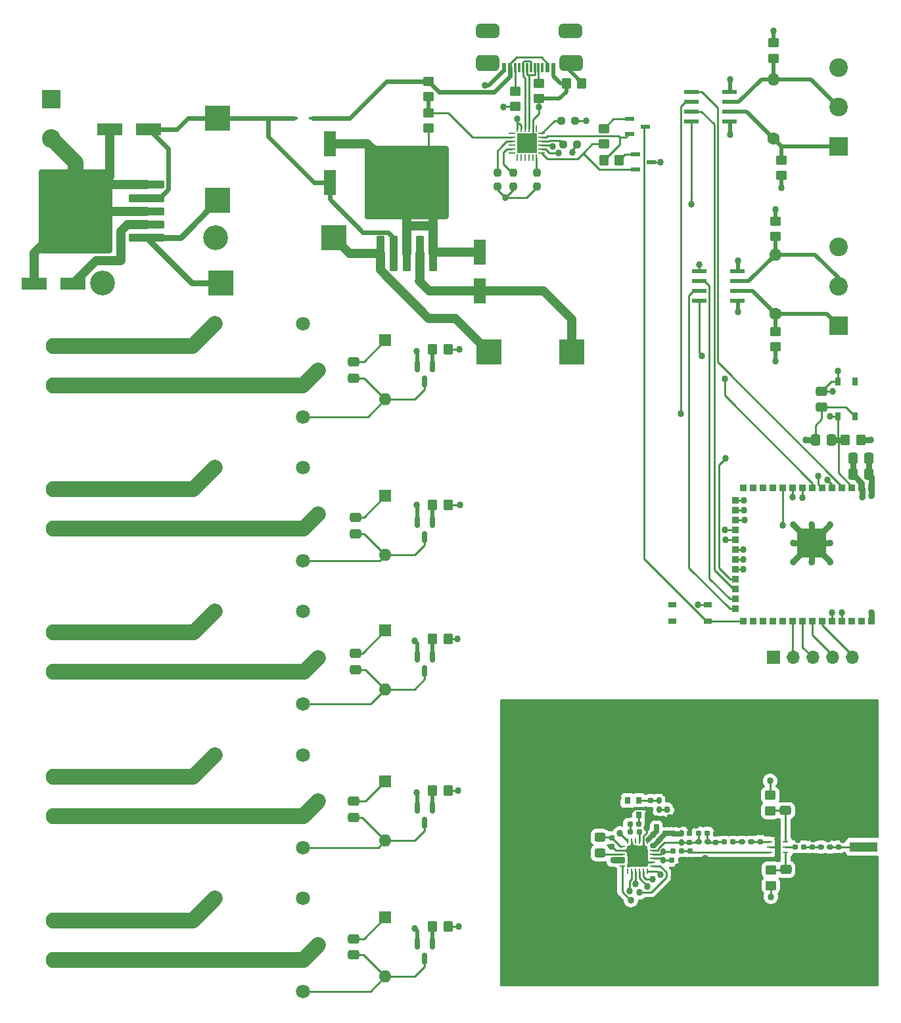
<source format=gbr>
%TF.GenerationSoftware,KiCad,Pcbnew,7.0.7*%
%TF.CreationDate,2023-11-01T18:07:50-05:00*%
%TF.ProjectId,greenhouse-controller-pcb,67726565-6e68-46f7-9573-652d636f6e74,rev?*%
%TF.SameCoordinates,Original*%
%TF.FileFunction,Copper,L1,Top*%
%TF.FilePolarity,Positive*%
%FSLAX46Y46*%
G04 Gerber Fmt 4.6, Leading zero omitted, Abs format (unit mm)*
G04 Created by KiCad (PCBNEW 7.0.7) date 2023-11-01 18:07:50*
%MOMM*%
%LPD*%
G01*
G04 APERTURE LIST*
G04 Aperture macros list*
%AMRoundRect*
0 Rectangle with rounded corners*
0 $1 Rounding radius*
0 $2 $3 $4 $5 $6 $7 $8 $9 X,Y pos of 4 corners*
0 Add a 4 corners polygon primitive as box body*
4,1,4,$2,$3,$4,$5,$6,$7,$8,$9,$2,$3,0*
0 Add four circle primitives for the rounded corners*
1,1,$1+$1,$2,$3*
1,1,$1+$1,$4,$5*
1,1,$1+$1,$6,$7*
1,1,$1+$1,$8,$9*
0 Add four rect primitives between the rounded corners*
20,1,$1+$1,$2,$3,$4,$5,0*
20,1,$1+$1,$4,$5,$6,$7,0*
20,1,$1+$1,$6,$7,$8,$9,0*
20,1,$1+$1,$8,$9,$2,$3,0*%
G04 Aperture macros list end*
%TA.AperFunction,SMDPad,CuDef*%
%ADD10RoundRect,0.250000X-0.350000X-0.450000X0.350000X-0.450000X0.350000X0.450000X-0.350000X0.450000X0*%
%TD*%
%TA.AperFunction,SMDPad,CuDef*%
%ADD11RoundRect,0.155000X0.155000X-0.212500X0.155000X0.212500X-0.155000X0.212500X-0.155000X-0.212500X0*%
%TD*%
%TA.AperFunction,SMDPad,CuDef*%
%ADD12R,3.302000X3.302000*%
%TD*%
%TA.AperFunction,SMDPad,CuDef*%
%ADD13RoundRect,0.160000X-0.222500X-0.160000X0.222500X-0.160000X0.222500X0.160000X-0.222500X0.160000X0*%
%TD*%
%TA.AperFunction,SMDPad,CuDef*%
%ADD14RoundRect,0.250000X-0.450000X0.325000X-0.450000X-0.325000X0.450000X-0.325000X0.450000X0.325000X0*%
%TD*%
%TA.AperFunction,SMDPad,CuDef*%
%ADD15RoundRect,0.150000X-0.150000X0.587500X-0.150000X-0.587500X0.150000X-0.587500X0.150000X0.587500X0*%
%TD*%
%TA.AperFunction,SMDPad,CuDef*%
%ADD16RoundRect,0.250000X0.350000X0.450000X-0.350000X0.450000X-0.350000X-0.450000X0.350000X-0.450000X0*%
%TD*%
%TA.AperFunction,SMDPad,CuDef*%
%ADD17R,1.040000X0.460000*%
%TD*%
%TA.AperFunction,SMDPad,CuDef*%
%ADD18RoundRect,0.250000X-0.450000X0.350000X-0.450000X-0.350000X0.450000X-0.350000X0.450000X0.350000X0*%
%TD*%
%TA.AperFunction,SMDPad,CuDef*%
%ADD19R,0.990600X0.711200*%
%TD*%
%TA.AperFunction,SMDPad,CuDef*%
%ADD20RoundRect,0.155000X0.212500X0.155000X-0.212500X0.155000X-0.212500X-0.155000X0.212500X-0.155000X0*%
%TD*%
%TA.AperFunction,SMDPad,CuDef*%
%ADD21R,1.981200X0.558800*%
%TD*%
%TA.AperFunction,ComponentPad*%
%ADD22R,2.400000X2.400000*%
%TD*%
%TA.AperFunction,ComponentPad*%
%ADD23C,2.400000*%
%TD*%
%TA.AperFunction,ComponentPad*%
%ADD24C,1.808000*%
%TD*%
%TA.AperFunction,SMDPad,CuDef*%
%ADD25RoundRect,0.237500X0.250000X0.237500X-0.250000X0.237500X-0.250000X-0.237500X0.250000X-0.237500X0*%
%TD*%
%TA.AperFunction,ComponentPad*%
%ADD26R,1.700000X1.700000*%
%TD*%
%TA.AperFunction,ComponentPad*%
%ADD27O,1.700000X1.700000*%
%TD*%
%TA.AperFunction,ComponentPad*%
%ADD28R,1.600000X1.600000*%
%TD*%
%TA.AperFunction,ComponentPad*%
%ADD29O,1.600000X1.600000*%
%TD*%
%TA.AperFunction,ComponentPad*%
%ADD30C,2.108200*%
%TD*%
%TA.AperFunction,SMDPad,CuDef*%
%ADD31R,0.711200X0.990600*%
%TD*%
%TA.AperFunction,SMDPad,CuDef*%
%ADD32R,1.219200X0.558800*%
%TD*%
%TA.AperFunction,SMDPad,CuDef*%
%ADD33R,0.254000X0.762000*%
%TD*%
%TA.AperFunction,SMDPad,CuDef*%
%ADD34R,0.762000X0.254000*%
%TD*%
%TA.AperFunction,SMDPad,CuDef*%
%ADD35R,2.641600X2.641600*%
%TD*%
%TA.AperFunction,SMDPad,CuDef*%
%ADD36RoundRect,0.250000X0.300000X-2.050000X0.300000X2.050000X-0.300000X2.050000X-0.300000X-2.050000X0*%
%TD*%
%TA.AperFunction,SMDPad,CuDef*%
%ADD37RoundRect,0.250000X2.375000X-2.025000X2.375000X2.025000X-2.375000X2.025000X-2.375000X-2.025000X0*%
%TD*%
%TA.AperFunction,SMDPad,CuDef*%
%ADD38RoundRect,0.250002X5.149998X-4.449998X5.149998X4.449998X-5.149998X4.449998X-5.149998X-4.449998X0*%
%TD*%
%TA.AperFunction,SMDPad,CuDef*%
%ADD39R,1.600000X3.200000*%
%TD*%
%TA.AperFunction,SMDPad,CuDef*%
%ADD40RoundRect,0.155000X-0.155000X0.212500X-0.155000X-0.212500X0.155000X-0.212500X0.155000X0.212500X0*%
%TD*%
%TA.AperFunction,SMDPad,CuDef*%
%ADD41RoundRect,0.155000X-0.212500X-0.155000X0.212500X-0.155000X0.212500X0.155000X-0.212500X0.155000X0*%
%TD*%
%TA.AperFunction,SMDPad,CuDef*%
%ADD42RoundRect,0.160000X0.160000X-0.222500X0.160000X0.222500X-0.160000X0.222500X-0.160000X-0.222500X0*%
%TD*%
%TA.AperFunction,SMDPad,CuDef*%
%ADD43RoundRect,0.250000X0.450000X-0.350000X0.450000X0.350000X-0.450000X0.350000X-0.450000X-0.350000X0*%
%TD*%
%TA.AperFunction,SMDPad,CuDef*%
%ADD44RoundRect,0.160000X-0.197500X-0.160000X0.197500X-0.160000X0.197500X0.160000X-0.197500X0.160000X0*%
%TD*%
%TA.AperFunction,SMDPad,CuDef*%
%ADD45R,3.200000X1.600000*%
%TD*%
%TA.AperFunction,SMDPad,CuDef*%
%ADD46RoundRect,0.250000X0.337500X0.475000X-0.337500X0.475000X-0.337500X-0.475000X0.337500X-0.475000X0*%
%TD*%
%TA.AperFunction,SMDPad,CuDef*%
%ADD47RoundRect,0.250000X2.050000X0.300000X-2.050000X0.300000X-2.050000X-0.300000X2.050000X-0.300000X0*%
%TD*%
%TA.AperFunction,SMDPad,CuDef*%
%ADD48RoundRect,0.250000X2.025000X2.375000X-2.025000X2.375000X-2.025000X-2.375000X2.025000X-2.375000X0*%
%TD*%
%TA.AperFunction,SMDPad,CuDef*%
%ADD49RoundRect,0.250002X4.449998X5.149998X-4.449998X5.149998X-4.449998X-5.149998X4.449998X-5.149998X0*%
%TD*%
%TA.AperFunction,SMDPad,CuDef*%
%ADD50RoundRect,0.250000X-0.475000X0.337500X-0.475000X-0.337500X0.475000X-0.337500X0.475000X0.337500X0*%
%TD*%
%TA.AperFunction,SMDPad,CuDef*%
%ADD51RoundRect,0.237500X0.237500X-0.250000X0.237500X0.250000X-0.237500X0.250000X-0.237500X-0.250000X0*%
%TD*%
%TA.AperFunction,SMDPad,CuDef*%
%ADD52R,0.600000X1.150000*%
%TD*%
%TA.AperFunction,SMDPad,CuDef*%
%ADD53R,0.300000X1.150000*%
%TD*%
%TA.AperFunction,SMDPad,CuDef*%
%ADD54RoundRect,0.525000X0.975000X0.525000X-0.975000X0.525000X-0.975000X-0.525000X0.975000X-0.525000X0*%
%TD*%
%TA.AperFunction,SMDPad,CuDef*%
%ADD55RoundRect,0.450000X1.050000X0.450000X-1.050000X0.450000X-1.050000X-0.450000X1.050000X-0.450000X0*%
%TD*%
%TA.AperFunction,SMDPad,CuDef*%
%ADD56R,0.800000X0.900000*%
%TD*%
%TA.AperFunction,ComponentPad*%
%ADD57R,3.200000X3.200000*%
%TD*%
%TA.AperFunction,ComponentPad*%
%ADD58O,3.200000X3.200000*%
%TD*%
%TA.AperFunction,SMDPad,CuDef*%
%ADD59RoundRect,0.250000X0.475000X-0.337500X0.475000X0.337500X-0.475000X0.337500X-0.475000X-0.337500X0*%
%TD*%
%TA.AperFunction,SMDPad,CuDef*%
%ADD60RoundRect,0.250000X-0.337500X-0.475000X0.337500X-0.475000X0.337500X0.475000X-0.337500X0.475000X0*%
%TD*%
%TA.AperFunction,SMDPad,CuDef*%
%ADD61R,0.889000X0.838200*%
%TD*%
%TA.AperFunction,SMDPad,CuDef*%
%ADD62R,0.838200X0.889000*%
%TD*%
%TA.AperFunction,SMDPad,CuDef*%
%ADD63R,3.708400X3.708400*%
%TD*%
%TA.AperFunction,SMDPad,CuDef*%
%ADD64R,3.600000X1.270000*%
%TD*%
%TA.AperFunction,SMDPad,CuDef*%
%ADD65R,4.200000X1.350000*%
%TD*%
%TA.AperFunction,ComponentPad*%
%ADD66C,1.600000*%
%TD*%
%TA.AperFunction,SMDPad,CuDef*%
%ADD67R,0.254000X0.812800*%
%TD*%
%TA.AperFunction,SMDPad,CuDef*%
%ADD68R,0.812800X0.254000*%
%TD*%
%TA.AperFunction,SMDPad,CuDef*%
%ADD69R,2.540000X2.540000*%
%TD*%
%TA.AperFunction,SMDPad,CuDef*%
%ADD70R,0.787400X0.254000*%
%TD*%
%TA.AperFunction,ViaPad*%
%ADD71C,0.863600*%
%TD*%
%TA.AperFunction,Conductor*%
%ADD72C,0.381000*%
%TD*%
%TA.AperFunction,Conductor*%
%ADD73C,0.508000*%
%TD*%
%TA.AperFunction,Conductor*%
%ADD74C,0.762000*%
%TD*%
%TA.AperFunction,Conductor*%
%ADD75C,0.254000*%
%TD*%
%TA.AperFunction,Conductor*%
%ADD76C,2.032000*%
%TD*%
%TA.AperFunction,Conductor*%
%ADD77C,1.143000*%
%TD*%
%TA.AperFunction,Conductor*%
%ADD78C,1.016000*%
%TD*%
%TA.AperFunction,Conductor*%
%ADD79C,0.635000*%
%TD*%
%TA.AperFunction,Conductor*%
%ADD80C,0.584200*%
%TD*%
%TA.AperFunction,Conductor*%
%ADD81C,0.250000*%
%TD*%
%TA.AperFunction,Conductor*%
%ADD82C,0.200000*%
%TD*%
G04 APERTURE END LIST*
D10*
%TO.P,R26,1*%
%TO.N,Net-(Q6-G)*%
X134415001Y-127889000D03*
%TO.P,R26,2*%
%TO.N,RELAY_4*%
X136415001Y-127889000D03*
%TD*%
D11*
%TO.P,C11,1*%
%TO.N,Net-(U4-VR_PA)*%
X164406114Y-133459600D03*
%TO.P,C11,2*%
%TO.N,GNDREF*%
X164406114Y-132324600D03*
%TD*%
D12*
%TO.P,L7,1,1*%
%TO.N,Net-(D1-K)*%
X106730800Y-51816000D03*
%TO.P,L7,2,2*%
%TO.N,+5V*%
X106730800Y-41198800D03*
%TD*%
D13*
%TO.P,L5,1*%
%TO.N,Net-(C19-Pad2)*%
X174273014Y-134560500D03*
%TO.P,L5,2*%
%TO.N,Net-(U5-RF1)*%
X175418014Y-134560500D03*
%TD*%
D14*
%TO.P,L1,1,1*%
%TO.N,Net-(U4-VREG)*%
X155998714Y-133933200D03*
%TO.P,L1,2,2*%
%TO.N,Net-(U4-DCC_SW)*%
X155998714Y-135983200D03*
%TD*%
D15*
%TO.P,Q4,1,G*%
%TO.N,Net-(Q4-G)*%
X134368501Y-93327499D03*
%TO.P,Q4,2,S*%
%TO.N,GNDREF*%
X132468501Y-93327499D03*
%TO.P,Q4,3,D*%
%TO.N,Net-(D5-A)*%
X133418501Y-95202499D03*
%TD*%
D16*
%TO.P,R11,1*%
%TO.N,Net-(J5-SHELL_GND)*%
X153654000Y-36703000D03*
%TO.P,R11,2*%
%TO.N,GNDREF*%
X151654000Y-36703000D03*
%TD*%
D12*
%TO.P,L8,1,1*%
%TO.N,Net-(D3-K)*%
X141706600Y-71323200D03*
%TO.P,L8,2,2*%
%TO.N,+3.3V*%
X152323800Y-71323200D03*
%TD*%
D17*
%TO.P,D2,1,A*%
%TO.N,VBUS*%
X118948200Y-41198800D03*
%TO.P,D2,2,K*%
%TO.N,+5V*%
X116568200Y-41198800D03*
%TD*%
D10*
%TO.P,R27,1*%
%TO.N,Net-(Q7-G)*%
X134415001Y-145415000D03*
%TO.P,R27,2*%
%TO.N,RELAY_5*%
X136415001Y-145415000D03*
%TD*%
D18*
%TO.P,R15,1*%
%TO.N,Net-(J5-CC1)*%
X148082000Y-36719000D03*
%TO.P,R15,2*%
%TO.N,GNDREF*%
X148082000Y-38719000D03*
%TD*%
D19*
%TO.P,SW2,1,1*%
%TO.N,BOOT_MODE*%
X169839201Y-106078599D03*
%TO.P,SW2,2,2*%
%TO.N,N/C*%
X165339199Y-106078599D03*
%TO.P,SW2,3*%
%TO.N,GNDREF*%
X169839201Y-103928601D03*
%TO.P,SW2,4*%
%TO.N,N/C*%
X165339199Y-103928601D03*
%TD*%
D20*
%TO.P,C7,1*%
%TO.N,Net-(Y1-OUTPUT)*%
X160985814Y-132240400D03*
%TO.P,C7,2*%
%TO.N,Net-(C7-Pad2)*%
X159850814Y-132240400D03*
%TD*%
D21*
%TO.P,U2,1,RO*%
%TO.N,RS-485_1_RX*%
X167716200Y-37846000D03*
%TO.P,U2,2,\u002ARE*%
%TO.N,RS-485_1_RX_EN*%
X167716200Y-39116000D03*
%TO.P,U2,3,DE*%
%TO.N,RS-485_1_TX_EN*%
X167716200Y-40386000D03*
%TO.P,U2,4,DI*%
%TO.N,RS-485_1_TX*%
X167716200Y-41656000D03*
%TO.P,U2,5,GND*%
%TO.N,GNDREF*%
X172643800Y-41656000D03*
%TO.P,U2,6,A*%
%TO.N,Net-(J2-Pin_1)*%
X172643800Y-40386000D03*
%TO.P,U2,7,B*%
%TO.N,Net-(J2-Pin_2)*%
X172643800Y-39116000D03*
%TO.P,U2,8,VCC*%
%TO.N,+3.3V*%
X172643800Y-37846000D03*
%TD*%
D22*
%TO.P,J6,1,Pin_1*%
%TO.N,+12V*%
X85327500Y-38735000D03*
D23*
%TO.P,J6,2,Pin_2*%
%TO.N,GNDREF*%
X85327500Y-43815000D03*
%TD*%
D24*
%TO.P,K3,1,1*%
%TO.N,Net-(J9-Pin_2)*%
X119692499Y-110786599D03*
%TO.P,K3,2,2*%
%TO.N,+12V*%
X117692497Y-104786600D03*
%TO.P,K3,3,3*%
%TO.N,Net-(J9-Pin_1)*%
X106392502Y-104786600D03*
%TO.P,K3,5,5*%
%TO.N,Net-(D6-A)*%
X117692497Y-116786598D03*
%TD*%
D25*
%TO.P,R20,1*%
%TO.N,+3.3V*%
X152804500Y-41529000D03*
%TO.P,R20,2*%
%TO.N,Net-(U8-DCD)*%
X150979500Y-41529000D03*
%TD*%
D26*
%TO.P,J1,1,Pin_1*%
%TO.N,GNDREF*%
X178308000Y-110744000D03*
D27*
%TO.P,J1,2,Pin_2*%
%TO.N,JTAG_TCK*%
X180848000Y-110744000D03*
%TO.P,J1,3,Pin_3*%
%TO.N,JTAG_TDO*%
X183388000Y-110744000D03*
%TO.P,J1,4,Pin_4*%
%TO.N,JTAG_TDI*%
X185928000Y-110744000D03*
%TO.P,J1,5,Pin_5*%
%TO.N,JTAG_TMS*%
X188468000Y-110744000D03*
%TD*%
D28*
%TO.P,D8,1,K*%
%TO.N,+12V*%
X128338501Y-144302999D03*
D29*
%TO.P,D8,2,A*%
%TO.N,Net-(D8-A)*%
X128338501Y-151922999D03*
%TD*%
D30*
%TO.P,J8,1,Pin_1*%
%TO.N,Net-(J8-Pin_1)*%
X85598000Y-89081199D03*
%TO.P,J8,2,Pin_2*%
%TO.N,Net-(J8-Pin_2)*%
X85598000Y-94161199D03*
%TD*%
D28*
%TO.P,D5,1,K*%
%TO.N,+12V*%
X128338501Y-89946999D03*
D29*
%TO.P,D5,2,A*%
%TO.N,Net-(D5-A)*%
X128338501Y-97566999D03*
%TD*%
D16*
%TO.P,R1,1*%
%TO.N,+3.3V*%
X189595000Y-82677000D03*
%TO.P,R1,2*%
%TO.N,EN*%
X187595000Y-82677000D03*
%TD*%
D31*
%TO.P,SW1,1,1*%
%TO.N,N/C*%
X188806399Y-75169199D03*
%TO.P,SW1,2,2*%
%TO.N,GNDREF*%
X188806399Y-79669201D03*
%TO.P,SW1,3*%
%TO.N,EN*%
X186656401Y-75169199D03*
%TO.P,SW1,4*%
X186656401Y-79669201D03*
%TD*%
D32*
%TO.P,Q2,1,B*%
%TO.N,Net-(Q2-B)*%
X159761001Y-41340999D03*
%TO.P,Q2,2,E*%
%TO.N,DTR*%
X159761001Y-43241001D03*
%TO.P,Q2,3,C*%
%TO.N,BOOT_MODE*%
X161803000Y-42291000D03*
%TD*%
D18*
%TO.P,R9,1*%
%TO.N,ANT_SW*%
X177927000Y-128514600D03*
%TO.P,R9,2*%
%TO.N,Net-(U5-VC1)*%
X177927000Y-130514600D03*
%TD*%
D33*
%TO.P,U4,1,VDD_IN*%
%TO.N,+3.3V*%
X162039114Y-134424800D03*
%TO.P,U4,2,GND*%
%TO.N,GNDREF*%
X161539115Y-134424800D03*
%TO.P,U4,3,XTA*%
%TO.N,Net-(U4-XTA)*%
X161039114Y-134424800D03*
%TO.P,U4,4,XTB*%
%TO.N,unconnected-(U4-XTB-Pad4)*%
X160539114Y-134424800D03*
%TO.P,U4,5,GND*%
%TO.N,GNDREF*%
X160039113Y-134424800D03*
%TO.P,U4,6,DIO3*%
%TO.N,Net-(U4-DIO3)*%
X159539114Y-134424800D03*
D34*
%TO.P,U4,7,VREG*%
%TO.N,Net-(U4-VREG)*%
X158820614Y-135143300D03*
%TO.P,U4,8,GND*%
%TO.N,GNDREF*%
X158820614Y-135643299D03*
%TO.P,U4,9,DCC_SW*%
%TO.N,Net-(U4-DCC_SW)*%
X158820614Y-136143300D03*
%TO.P,U4,10,VBAT*%
%TO.N,Net-(U4-VBAT)*%
X158820614Y-136643300D03*
%TO.P,U4,11,VBAT_IO*%
X158820614Y-137143301D03*
%TO.P,U4,12,DIO2*%
%TO.N,/LoRa Interface/DIO2*%
X158820614Y-137643300D03*
D33*
%TO.P,U4,13,DIO1*%
%TO.N,unconnected-(U4-DIO1-Pad13)*%
X159539114Y-138361800D03*
%TO.P,U4,14,BUSY*%
%TO.N,LoRa_BUSY*%
X160039113Y-138361800D03*
%TO.P,U4,15,NRESET*%
%TO.N,+3.3V*%
X160539114Y-138361800D03*
%TO.P,U4,16,MISO*%
%TO.N,MISO*%
X161039114Y-138361800D03*
%TO.P,U4,17,MOSI*%
%TO.N,MOSI*%
X161539115Y-138361800D03*
%TO.P,U4,18,SCK*%
%TO.N,SCK*%
X162039114Y-138361800D03*
D34*
%TO.P,U4,19,NSS*%
%TO.N,LoRa_SPI_CS*%
X162757614Y-137643300D03*
%TO.P,U4,20,GND*%
%TO.N,GNDREF*%
X162757614Y-137143301D03*
%TO.P,U4,21,RFI_P*%
%TO.N,Net-(U4-RFI_P)*%
X162757614Y-136643300D03*
%TO.P,U4,22,RFI_N*%
%TO.N,Net-(U4-RFI_N)*%
X162757614Y-136143300D03*
%TO.P,U4,23,RFO*%
%TO.N,Net-(U4-RFO)*%
X162757614Y-135643299D03*
%TO.P,U4,24,VR_PA*%
%TO.N,Net-(U4-VR_PA)*%
X162757614Y-135143300D03*
D35*
%TO.P,U4,25,GND*%
%TO.N,GNDREF*%
X160789114Y-136393300D03*
%TD*%
D28*
%TO.P,D4,1,K*%
%TO.N,+12V*%
X128338501Y-69880999D03*
D29*
%TO.P,D4,2,A*%
%TO.N,Net-(D4-A)*%
X128338501Y-77500999D03*
%TD*%
D36*
%TO.P,U7,1,OUT*%
%TO.N,Net-(D3-K)*%
X127664000Y-58707000D03*
%TO.P,U7,2,VIN*%
%TO.N,+5V*%
X129364000Y-58707000D03*
%TO.P,U7,3,GND*%
%TO.N,GNDREF*%
X131064000Y-58707000D03*
D37*
X128289000Y-51982000D03*
X133839000Y-51982000D03*
D38*
X131064000Y-49557000D03*
D37*
X128289000Y-47132000D03*
X133839000Y-47132000D03*
D36*
%TO.P,U7,4,FB*%
%TO.N,+3.3V*%
X132764000Y-58707000D03*
%TO.P,U7,5,ON/~{OFF}*%
%TO.N,GNDREF*%
X134464000Y-58707000D03*
%TD*%
D11*
%TO.P,C12,1*%
%TO.N,Net-(U4-VR_PA)*%
X165447514Y-133468300D03*
%TO.P,C12,2*%
%TO.N,GNDREF*%
X165447514Y-132333300D03*
%TD*%
D39*
%TO.P,C29,1*%
%TO.N,+3.3V*%
X140487400Y-63460000D03*
%TO.P,C29,2*%
%TO.N,GNDREF*%
X140487400Y-58460000D03*
%TD*%
D40*
%TO.P,C10,1*%
%TO.N,Net-(U4-VBAT)*%
X157675114Y-136905300D03*
%TO.P,C10,2*%
%TO.N,GNDREF*%
X157675114Y-138040300D03*
%TD*%
D41*
%TO.P,C23,1*%
%TO.N,Net-(U5-RFC)*%
X181093564Y-135195500D03*
%TO.P,C23,2*%
%TO.N,Net-(C23-Pad2)*%
X182228564Y-135195500D03*
%TD*%
D11*
%TO.P,C24,1*%
%TO.N,GNDREF*%
X183337464Y-136321800D03*
%TO.P,C24,2*%
%TO.N,Net-(C23-Pad2)*%
X183337464Y-135186800D03*
%TD*%
D42*
%TO.P,L3,1*%
%TO.N,Net-(U4-RFI_P)*%
X164152114Y-136902300D03*
%TO.P,L3,2*%
%TO.N,Net-(U4-RFI_N)*%
X164152114Y-135757300D03*
%TD*%
D43*
%TO.P,R3,1*%
%TO.N,Net-(J2-Pin_2)*%
X178308000Y-33504000D03*
%TO.P,R3,2*%
%TO.N,GNDREF*%
X178308000Y-31504000D03*
%TD*%
D44*
%TO.P,R8,1*%
%TO.N,Net-(C7-Pad2)*%
X159846214Y-133281800D03*
%TO.P,R8,2*%
%TO.N,Net-(U4-XTA)*%
X161041214Y-133281800D03*
%TD*%
D24*
%TO.P,K2,1,1*%
%TO.N,Net-(J8-Pin_2)*%
X119692499Y-92256199D03*
%TO.P,K2,2,2*%
%TO.N,+12V*%
X117692497Y-86256200D03*
%TO.P,K2,3,3*%
%TO.N,Net-(J8-Pin_1)*%
X106392502Y-86256200D03*
%TO.P,K2,5,5*%
%TO.N,Net-(D5-A)*%
X117692497Y-98256198D03*
%TD*%
D10*
%TO.P,R12,1*%
%TO.N,DTR*%
X156480000Y-46609000D03*
%TO.P,R12,2*%
%TO.N,Net-(Q1-B)*%
X158480000Y-46609000D03*
%TD*%
D45*
%TO.P,C26,1*%
%TO.N,+12V*%
X88047200Y-62534800D03*
%TO.P,C26,2*%
%TO.N,GNDREF*%
X83047200Y-62534800D03*
%TD*%
D46*
%TO.P,C4,1*%
%TO.N,EN*%
X185822500Y-82677000D03*
%TO.P,C4,2*%
%TO.N,GNDREF*%
X183747500Y-82677000D03*
%TD*%
D47*
%TO.P,U6,1,OUT*%
%TO.N,Net-(D1-K)*%
X97536000Y-56613000D03*
%TO.P,U6,2,VIN*%
%TO.N,+12V*%
X97536000Y-54913000D03*
%TO.P,U6,3,GND*%
%TO.N,GNDREF*%
X97536000Y-53213000D03*
D48*
X90811000Y-55988000D03*
X90811000Y-50438000D03*
D49*
X88386000Y-53213000D03*
D48*
X85961000Y-55988000D03*
X85961000Y-50438000D03*
D47*
%TO.P,U6,4,FB*%
%TO.N,+5V*%
X97536000Y-51513000D03*
%TO.P,U6,5,ON/~{OFF}*%
%TO.N,GNDREF*%
X97536000Y-49813000D03*
%TD*%
D18*
%TO.P,R17,1*%
%TO.N,Net-(U8-VBUS)*%
X133858000Y-40529000D03*
%TO.P,R17,2*%
%TO.N,GNDREF*%
X133858000Y-42529000D03*
%TD*%
D11*
%TO.P,C20,1*%
%TO.N,Net-(U5-RF1)*%
X176623514Y-134493000D03*
%TO.P,C20,2*%
%TO.N,GNDREF*%
X176623514Y-133358000D03*
%TD*%
D42*
%TO.P,L2,1*%
%TO.N,Net-(U4-RFO)*%
X166488914Y-134590900D03*
%TO.P,L2,2*%
%TO.N,Net-(U4-VR_PA)*%
X166488914Y-133445900D03*
%TD*%
D39*
%TO.P,C28,1*%
%TO.N,+5V*%
X121208800Y-49490000D03*
%TO.P,C28,2*%
%TO.N,GNDREF*%
X121208800Y-44490000D03*
%TD*%
D43*
%TO.P,R2,1*%
%TO.N,+3.3V*%
X179324000Y-48625000D03*
%TO.P,R2,2*%
%TO.N,Net-(J2-Pin_1)*%
X179324000Y-46625000D03*
%TD*%
D11*
%TO.P,C9,1*%
%TO.N,+3.3V*%
X163263114Y-132604700D03*
%TO.P,C9,2*%
%TO.N,GNDREF*%
X163263114Y-131469700D03*
%TD*%
D41*
%TO.P,C16,1*%
%TO.N,Net-(U4-RFO)*%
X168690014Y-133417500D03*
%TO.P,C16,2*%
%TO.N,Net-(C16-Pad2)*%
X169825014Y-133417500D03*
%TD*%
D50*
%TO.P,C30,1*%
%TO.N,+12V*%
X124274501Y-72653499D03*
%TO.P,C30,2*%
%TO.N,Net-(D4-A)*%
X124274501Y-74728499D03*
%TD*%
D30*
%TO.P,J10,1,Pin_1*%
%TO.N,Net-(J10-Pin_1)*%
X85598000Y-126141999D03*
%TO.P,J10,2,Pin_2*%
%TO.N,Net-(J10-Pin_2)*%
X85598000Y-131221999D03*
%TD*%
D22*
%TO.P,J2,1,Pin_1*%
%TO.N,Net-(J2-Pin_1)*%
X186706500Y-44831000D03*
D23*
%TO.P,J2,2,Pin_2*%
%TO.N,Net-(J2-Pin_2)*%
X186706500Y-39751000D03*
%TO.P,J2,3,Pin_3*%
%TO.N,GNDREF*%
X186706500Y-34671000D03*
%TD*%
D50*
%TO.P,C31,1*%
%TO.N,+12V*%
X124528501Y-92719499D03*
%TO.P,C31,2*%
%TO.N,Net-(D5-A)*%
X124528501Y-94794499D03*
%TD*%
D42*
%TO.P,FB1,1*%
%TO.N,Net-(U4-DIO3)*%
X163567914Y-130360800D03*
%TO.P,FB1,2*%
%TO.N,Net-(Y1-VDD)*%
X163567914Y-129215800D03*
%TD*%
D10*
%TO.P,R24,1*%
%TO.N,Net-(Q4-G)*%
X134415001Y-91059000D03*
%TO.P,R24,2*%
%TO.N,RELAY_2*%
X136415001Y-91059000D03*
%TD*%
D15*
%TO.P,Q6,1,G*%
%TO.N,Net-(Q6-G)*%
X134368501Y-130157499D03*
%TO.P,Q6,2,S*%
%TO.N,GNDREF*%
X132468501Y-130157499D03*
%TO.P,Q6,3,D*%
%TO.N,Net-(D7-A)*%
X133418501Y-132032499D03*
%TD*%
D16*
%TO.P,R23,1*%
%TO.N,RELAY_1*%
X136415001Y-70993000D03*
%TO.P,R23,2*%
%TO.N,Net-(Q3-G)*%
X134415001Y-70993000D03*
%TD*%
D30*
%TO.P,J11,1,Pin_1*%
%TO.N,Net-(J11-Pin_1)*%
X85598000Y-144672399D03*
%TO.P,J11,2,Pin_2*%
%TO.N,Net-(J11-Pin_2)*%
X85598000Y-149752399D03*
%TD*%
D32*
%TO.P,Q1,1,B*%
%TO.N,Net-(Q1-B)*%
X160523001Y-45912999D03*
%TO.P,Q1,2,E*%
%TO.N,RTS*%
X160523001Y-47813001D03*
%TO.P,Q1,3,C*%
%TO.N,EN*%
X162565000Y-46863000D03*
%TD*%
D45*
%TO.P,C27,1*%
%TO.N,+5V*%
X97851600Y-42621200D03*
%TO.P,C27,2*%
%TO.N,GNDREF*%
X92851600Y-42621200D03*
%TD*%
D22*
%TO.P,J3,1,Pin_1*%
%TO.N,Net-(J3-Pin_1)*%
X186690000Y-67945000D03*
D23*
%TO.P,J3,2,Pin_2*%
%TO.N,Net-(J3-Pin_2)*%
X186690000Y-62865000D03*
%TO.P,J3,3,Pin_3*%
%TO.N,GNDREF*%
X186690000Y-57785000D03*
%TD*%
D51*
%TO.P,R19,1*%
%TO.N,+3.3V*%
X144780000Y-50061500D03*
%TO.P,R19,2*%
%TO.N,Net-(U8-GPIO.3{slash}WAKEUP)*%
X144780000Y-48236500D03*
%TD*%
D40*
%TO.P,C8,1*%
%TO.N,Net-(U4-VREG)*%
X157497314Y-134009700D03*
%TO.P,C8,2*%
%TO.N,GNDREF*%
X157497314Y-135144700D03*
%TD*%
D13*
%TO.P,L6,1*%
%TO.N,Net-(C23-Pad2)*%
X184441364Y-135195500D03*
%TO.P,L6,2*%
%TO.N,Net-(J4-In)*%
X185586364Y-135195500D03*
%TD*%
D43*
%TO.P,R6,1*%
%TO.N,Net-(J3-Pin_2)*%
X178562000Y-56499000D03*
%TO.P,R6,2*%
%TO.N,GNDREF*%
X178562000Y-54499000D03*
%TD*%
D52*
%TO.P,J5,A1_B12,GND*%
%TO.N,GNDREF*%
X150014000Y-34727000D03*
%TO.P,J5,A4_B9,VBUS*%
%TO.N,VBUS*%
X149214000Y-34727000D03*
D53*
%TO.P,J5,A5,CC1*%
%TO.N,Net-(J5-CC1)*%
X148064000Y-34727000D03*
%TO.P,J5,A6,DP1*%
%TO.N,USB_D-*%
X147064000Y-34727000D03*
%TO.P,J5,A7,DN1*%
%TO.N,USB_D+*%
X146564000Y-34727000D03*
%TO.P,J5,A8,SBU1*%
%TO.N,unconnected-(J5-SBU1-PadA8)*%
X145564000Y-34727000D03*
D52*
%TO.P,J5,B1_A12*%
%TO.N,GNDREF*%
X143614000Y-34727000D03*
%TO.P,J5,B4_A9*%
%TO.N,VBUS*%
X144414000Y-34727000D03*
D53*
%TO.P,J5,B5,CC2*%
%TO.N,Net-(J5-CC2)*%
X145064000Y-34727000D03*
%TO.P,J5,B6,DP2*%
%TO.N,USB_D-*%
X146064000Y-34727000D03*
%TO.P,J5,B7,DN2*%
%TO.N,USB_D+*%
X147564000Y-34727000D03*
%TO.P,J5,B8,SBU2*%
%TO.N,unconnected-(J5-SBU2-PadB8)*%
X148564000Y-34727000D03*
D54*
%TO.P,J5,SH1,SHELL_GND*%
%TO.N,Net-(J5-SHELL_GND)*%
X152234000Y-34152000D03*
%TO.P,J5,SH2*%
%TO.N,N/C*%
X141494000Y-34152000D03*
D55*
%TO.P,J5,SH3*%
X152134000Y-29972000D03*
%TO.P,J5,SH4*%
X141494000Y-29972000D03*
%TD*%
D11*
%TO.P,C25,1*%
%TO.N,GNDREF*%
X186690264Y-136321800D03*
%TO.P,C25,2*%
%TO.N,Net-(J4-In)*%
X186690264Y-135186800D03*
%TD*%
D41*
%TO.P,C14,1*%
%TO.N,Net-(U4-RFI_P)*%
X165244314Y-136914000D03*
%TO.P,C14,2*%
%TO.N,GNDREF*%
X166379314Y-136914000D03*
%TD*%
D11*
%TO.P,C13,1*%
%TO.N,Net-(U4-RFO)*%
X167530314Y-134569200D03*
%TO.P,C13,2*%
%TO.N,GNDREF*%
X167530314Y-133434200D03*
%TD*%
D15*
%TO.P,Q3,1,G*%
%TO.N,Net-(Q3-G)*%
X134368501Y-73261499D03*
%TO.P,Q3,2,S*%
%TO.N,GNDREF*%
X132468501Y-73261499D03*
%TO.P,Q3,3,D*%
%TO.N,Net-(D4-A)*%
X133418501Y-75136499D03*
%TD*%
D41*
%TO.P,C19,1*%
%TO.N,Net-(C16-Pad2)*%
X171992014Y-134560500D03*
%TO.P,C19,2*%
%TO.N,Net-(C19-Pad2)*%
X173127014Y-134560500D03*
%TD*%
D56*
%TO.P,Y1,1,TRI-STATE*%
%TO.N,unconnected-(Y1-TRI-STATE-Pad1)*%
X159540914Y-129207200D03*
%TO.P,Y1,2,GND*%
%TO.N,GNDREF*%
X159540914Y-131057200D03*
%TO.P,Y1,3,OUTPUT*%
%TO.N,Net-(Y1-OUTPUT)*%
X160990914Y-131057200D03*
%TO.P,Y1,4,VDD*%
%TO.N,Net-(Y1-VDD)*%
X160990914Y-129207200D03*
%TD*%
D57*
%TO.P,D1,1,K*%
%TO.N,Net-(D1-K)*%
X107111800Y-62484000D03*
D58*
%TO.P,D1,2,A*%
%TO.N,GNDREF*%
X91871800Y-62484000D03*
%TD*%
D50*
%TO.P,C34,1*%
%TO.N,+12V*%
X124274501Y-147053999D03*
%TO.P,C34,2*%
%TO.N,Net-(D8-A)*%
X124274501Y-149128999D03*
%TD*%
D15*
%TO.P,Q7,1,G*%
%TO.N,Net-(Q7-G)*%
X134368501Y-147683499D03*
%TO.P,Q7,2,S*%
%TO.N,GNDREF*%
X132468501Y-147683499D03*
%TO.P,Q7,3,D*%
%TO.N,Net-(D8-A)*%
X133418501Y-149558499D03*
%TD*%
D43*
%TO.P,R5,1*%
%TO.N,+3.3V*%
X178562000Y-70723000D03*
%TO.P,R5,2*%
%TO.N,Net-(J3-Pin_1)*%
X178562000Y-68723000D03*
%TD*%
D41*
%TO.P,C15,1*%
%TO.N,Net-(U4-RFI_N)*%
X165362614Y-135694800D03*
%TO.P,C15,2*%
%TO.N,Net-(U5-RF2)*%
X166497614Y-135694800D03*
%TD*%
D10*
%TO.P,R25,1*%
%TO.N,Net-(Q5-G)*%
X134415001Y-108331000D03*
%TO.P,R25,2*%
%TO.N,RELAY_3*%
X136415001Y-108331000D03*
%TD*%
D30*
%TO.P,J7,1,Pin_1*%
%TO.N,Net-(J7-Pin_1)*%
X85598000Y-70612000D03*
%TO.P,J7,2,Pin_2*%
%TO.N,Net-(J7-Pin_2)*%
X85598000Y-75692000D03*
%TD*%
D18*
%TO.P,R14,1*%
%TO.N,Net-(J5-CC2)*%
X145034000Y-37735000D03*
%TO.P,R14,2*%
%TO.N,GNDREF*%
X145034000Y-39735000D03*
%TD*%
D43*
%TO.P,R10,1*%
%TO.N,/LoRa Interface/DIO2*%
X177995114Y-140157900D03*
%TO.P,R10,2*%
%TO.N,Net-(U5-VC2)*%
X177995114Y-138157900D03*
%TD*%
%TO.P,R16,1*%
%TO.N,Net-(U8-VBUS)*%
X133858000Y-38465000D03*
%TO.P,R16,2*%
%TO.N,VBUS*%
X133858000Y-36465000D03*
%TD*%
D57*
%TO.P,D3,1,K*%
%TO.N,Net-(D3-K)*%
X121666000Y-56616600D03*
D58*
%TO.P,D3,2,A*%
%TO.N,GNDREF*%
X106426000Y-56616600D03*
%TD*%
D11*
%TO.P,C18,1*%
%TO.N,GNDREF*%
X167581114Y-136821100D03*
%TO.P,C18,2*%
%TO.N,Net-(U5-RF2)*%
X167581114Y-135686100D03*
%TD*%
D59*
%TO.P,C21,1*%
%TO.N,Net-(U5-VC1)*%
X179874714Y-130492600D03*
%TO.P,C21,2*%
%TO.N,GNDREF*%
X179874714Y-128417600D03*
%TD*%
D24*
%TO.P,K5,1,1*%
%TO.N,Net-(J11-Pin_2)*%
X119692499Y-147847399D03*
%TO.P,K5,2,2*%
%TO.N,+12V*%
X117692497Y-141847400D03*
%TO.P,K5,3,3*%
%TO.N,Net-(J11-Pin_1)*%
X106392502Y-141847400D03*
%TO.P,K5,5,5*%
%TO.N,Net-(D8-A)*%
X117692497Y-153847398D03*
%TD*%
D60*
%TO.P,C1,1*%
%TO.N,+3.3V*%
X188552000Y-87122000D03*
%TO.P,C1,2*%
%TO.N,GNDREF*%
X190627000Y-87122000D03*
%TD*%
D51*
%TO.P,R22,1*%
%TO.N,+3.3V*%
X147828000Y-50061500D03*
%TO.P,R22,2*%
%TO.N,Net-(U8-CTS)*%
X147828000Y-48236500D03*
%TD*%
D24*
%TO.P,K1,1,1*%
%TO.N,Net-(J7-Pin_2)*%
X119692499Y-73725799D03*
%TO.P,K1,2,2*%
%TO.N,+12V*%
X117692497Y-67725800D03*
%TO.P,K1,3,3*%
%TO.N,Net-(J7-Pin_1)*%
X106392502Y-67725800D03*
%TO.P,K1,5,5*%
%TO.N,Net-(D4-A)*%
X117692497Y-79725798D03*
%TD*%
D43*
%TO.P,R13,1*%
%TO.N,RTS*%
X156464000Y-44561000D03*
%TO.P,R13,2*%
%TO.N,Net-(Q2-B)*%
X156464000Y-42561000D03*
%TD*%
D61*
%TO.P,U1,1,GND*%
%TO.N,GNDREF*%
X190975500Y-88926799D03*
%TO.P,U1,2,3V3*%
%TO.N,+3.3V*%
X189705500Y-88926799D03*
%TO.P,U1,3,EN*%
%TO.N,EN*%
X188435500Y-88926799D03*
%TO.P,U1,4,IO4*%
%TO.N,RS-485_1_RX*%
X187165500Y-88926799D03*
%TO.P,U1,5,IO5*%
%TO.N,RS-485_1_TX*%
X185895500Y-88926799D03*
%TO.P,U1,6,IO6*%
%TO.N,RS-485_2_RX*%
X184625500Y-88926799D03*
%TO.P,U1,7,IO7*%
%TO.N,RS-485_2_TX*%
X183355500Y-88926799D03*
%TO.P,U1,8,IO15*%
%TO.N,LoRa_SPI_CS*%
X182085500Y-88926799D03*
%TO.P,U1,9,IO16*%
%TO.N,LoRa_BUSY*%
X180815500Y-88926799D03*
%TO.P,U1,10,IO17*%
%TO.N,ANT_SW*%
X179545500Y-88926799D03*
%TO.P,U1,11,IO18*%
%TO.N,unconnected-(U1-IO18-Pad11)*%
X178275500Y-88926799D03*
%TO.P,U1,12,IO8*%
%TO.N,unconnected-(U1-IO8-Pad12)*%
X177005500Y-88926799D03*
%TO.P,U1,13,IO19*%
%TO.N,unconnected-(U1-IO19-Pad13)*%
X175735500Y-88926799D03*
%TO.P,U1,14,IO20*%
%TO.N,unconnected-(U1-IO20-Pad14)*%
X174465500Y-88926799D03*
D62*
%TO.P,U1,15,IO3*%
%TO.N,RELAY_1*%
X173390900Y-90522699D03*
%TO.P,U1,16,IO46*%
%TO.N,RELAY_2*%
X173390900Y-91792699D03*
%TO.P,U1,17,IO9*%
%TO.N,RELAY_3*%
X173390900Y-93062699D03*
%TO.P,U1,18,IO10*%
%TO.N,RELAY_4*%
X173390900Y-94332699D03*
%TO.P,U1,19,IO11*%
%TO.N,RELAY_5*%
X173390900Y-95602699D03*
%TO.P,U1,20,IO12*%
%TO.N,MISO*%
X173390900Y-96872699D03*
%TO.P,U1,21,IO13*%
%TO.N,MOSI*%
X173390900Y-98142699D03*
%TO.P,U1,22,IO14*%
%TO.N,SCK*%
X173390900Y-99412699D03*
%TO.P,U1,23,IO21*%
%TO.N,RS-485_1_RX_EN*%
X173390900Y-100682699D03*
%TO.P,U1,24,IO47*%
%TO.N,RS-485_1_TX_EN*%
X173390900Y-101952699D03*
%TO.P,U1,25,IO48*%
%TO.N,RS-485_2_RX_EN*%
X173390900Y-103222699D03*
%TO.P,U1,26,IO45*%
%TO.N,RS-485_2_TX_EN*%
X173390900Y-104492699D03*
D61*
%TO.P,U1,27,IO0*%
%TO.N,BOOT_MODE*%
X174465500Y-106088599D03*
%TO.P,U1,28,IO35*%
%TO.N,unconnected-(U1-IO35-Pad28)*%
X175735500Y-106088599D03*
%TO.P,U1,29,IO36*%
%TO.N,unconnected-(U1-IO36-Pad29)*%
X177005500Y-106088599D03*
%TO.P,U1,30,IO37*%
%TO.N,unconnected-(U1-IO37-Pad30)*%
X178275500Y-106088599D03*
%TO.P,U1,31,IO38*%
%TO.N,unconnected-(U1-IO38-Pad31)*%
X179545500Y-106088599D03*
%TO.P,U1,32,TCK*%
%TO.N,JTAG_TCK*%
X180815500Y-106088599D03*
%TO.P,U1,33,TDO*%
%TO.N,JTAG_TDO*%
X182085500Y-106088599D03*
%TO.P,U1,34,TDI*%
%TO.N,JTAG_TDI*%
X183355500Y-106088599D03*
%TO.P,U1,35,TMS*%
%TO.N,JTAG_TMS*%
X184625500Y-106088599D03*
%TO.P,U1,36,UART0_RX*%
%TO.N,ESP32_UART_RX*%
X185895500Y-106088599D03*
%TO.P,U1,37,UART0_TX*%
%TO.N,ESP32_UART_TX*%
X187165500Y-106088599D03*
%TO.P,U1,38,IO2*%
%TO.N,unconnected-(U1-IO2-Pad38)*%
X188435500Y-106088599D03*
%TO.P,U1,39,IO1*%
%TO.N,unconnected-(U1-IO1-Pad39)*%
X189705500Y-106088599D03*
%TO.P,U1,40,GND*%
%TO.N,GNDREF*%
X190975500Y-106088599D03*
D63*
%TO.P,U1,41,EPAD*%
X183261000Y-96012000D03*
%TD*%
D50*
%TO.P,C33,1*%
%TO.N,+12V*%
X124274501Y-129295499D03*
%TO.P,C33,2*%
%TO.N,Net-(D7-A)*%
X124274501Y-131370499D03*
%TD*%
D51*
%TO.P,R18,1*%
%TO.N,+3.3V*%
X142748000Y-50061500D03*
%TO.P,R18,2*%
%TO.N,Net-(U8-RSTb)*%
X142748000Y-48236500D03*
%TD*%
D64*
%TO.P,J4,1,In*%
%TO.N,Net-(J4-In)*%
X189955314Y-135186800D03*
D65*
%TO.P,J4,2,Ext*%
%TO.N,GNDREF*%
X189755314Y-138011800D03*
X189755314Y-132361800D03*
%TD*%
D28*
%TO.P,D6,1,K*%
%TO.N,+12V*%
X128338501Y-107297499D03*
D29*
%TO.P,D6,2,A*%
%TO.N,Net-(D6-A)*%
X128338501Y-114917499D03*
%TD*%
D21*
%TO.P,U3,1,RO*%
%TO.N,RS-485_2_RX*%
X168732200Y-60960000D03*
%TO.P,U3,2,\u002ARE*%
%TO.N,RS-485_2_RX_EN*%
X168732200Y-62230000D03*
%TO.P,U3,3,DE*%
%TO.N,RS-485_2_TX_EN*%
X168732200Y-63500000D03*
%TO.P,U3,4,DI*%
%TO.N,RS-485_2_TX*%
X168732200Y-64770000D03*
%TO.P,U3,5,GND*%
%TO.N,GNDREF*%
X173659800Y-64770000D03*
%TO.P,U3,6,A*%
%TO.N,Net-(J3-Pin_1)*%
X173659800Y-63500000D03*
%TO.P,U3,7,B*%
%TO.N,Net-(J3-Pin_2)*%
X173659800Y-62230000D03*
%TO.P,U3,8,VCC*%
%TO.N,+3.3V*%
X173659800Y-60960000D03*
%TD*%
D24*
%TO.P,K4,1,1*%
%TO.N,Net-(J10-Pin_2)*%
X119692499Y-129316999D03*
%TO.P,K4,2,2*%
%TO.N,+12V*%
X117692497Y-123317000D03*
%TO.P,K4,3,3*%
%TO.N,Net-(J10-Pin_1)*%
X106392502Y-123317000D03*
%TO.P,K4,5,5*%
%TO.N,Net-(D7-A)*%
X117692497Y-135316998D03*
%TD*%
D60*
%TO.P,C2,1*%
%TO.N,+3.3V*%
X188573500Y-85090000D03*
%TO.P,C2,2*%
%TO.N,GNDREF*%
X190648500Y-85090000D03*
%TD*%
D25*
%TO.P,R21,1*%
%TO.N,+3.3V*%
X153058500Y-44577000D03*
%TO.P,R21,2*%
%TO.N,Net-(U8-DSR)*%
X151233500Y-44577000D03*
%TD*%
D11*
%TO.P,C17,1*%
%TO.N,Net-(C16-Pad2)*%
X170908514Y-134620000D03*
%TO.P,C17,2*%
%TO.N,GNDREF*%
X170908514Y-133485000D03*
%TD*%
D15*
%TO.P,Q5,1,G*%
%TO.N,Net-(Q5-G)*%
X134368501Y-110677999D03*
%TO.P,Q5,2,S*%
%TO.N,GNDREF*%
X132468501Y-110677999D03*
%TO.P,Q5,3,D*%
%TO.N,Net-(D6-A)*%
X133418501Y-112552999D03*
%TD*%
D50*
%TO.P,C3,1*%
%TO.N,EN*%
X184556400Y-76407100D03*
%TO.P,C3,2*%
%TO.N,GNDREF*%
X184556400Y-78482100D03*
%TD*%
D13*
%TO.P,L4,1*%
%TO.N,Net-(U4-RFO)*%
X168685014Y-134560500D03*
%TO.P,L4,2*%
%TO.N,Net-(C16-Pad2)*%
X169830014Y-134560500D03*
%TD*%
D66*
%TO.P,R7,1*%
%TO.N,Net-(J3-Pin_1)*%
X178562000Y-66421000D03*
D29*
%TO.P,R7,2*%
%TO.N,Net-(J3-Pin_2)*%
X178562000Y-58801000D03*
%TD*%
D50*
%TO.P,C32,1*%
%TO.N,+12V*%
X124528501Y-110245499D03*
%TO.P,C32,2*%
%TO.N,Net-(D6-A)*%
X124528501Y-112320499D03*
%TD*%
D40*
%TO.P,C6,1*%
%TO.N,Net-(Y1-VDD)*%
X162501114Y-129209100D03*
%TO.P,C6,2*%
%TO.N,GNDREF*%
X162501114Y-130344100D03*
%TD*%
D30*
%TO.P,J9,1,Pin_1*%
%TO.N,Net-(J9-Pin_1)*%
X85598000Y-107530900D03*
%TO.P,J9,2,Pin_2*%
%TO.N,Net-(J9-Pin_2)*%
X85598000Y-112610900D03*
%TD*%
D28*
%TO.P,D7,1,K*%
%TO.N,+12V*%
X128338501Y-126776999D03*
D29*
%TO.P,D7,2,A*%
%TO.N,Net-(D7-A)*%
X128338501Y-134396999D03*
%TD*%
D67*
%TO.P,U8,1,RI/CLK*%
%TO.N,unconnected-(U8-RI{slash}CLK-Pad1)*%
X147808000Y-42557700D03*
%TO.P,U8,2,GND*%
%TO.N,GNDREF*%
X147308001Y-42557700D03*
%TO.P,U8,3,D+*%
%TO.N,USB_D+*%
X146808000Y-42557700D03*
%TO.P,U8,4,D-*%
%TO.N,USB_D-*%
X146308000Y-42557700D03*
%TO.P,U8,5,VIO*%
%TO.N,+3.3V*%
X145807999Y-42557700D03*
%TO.P,U8,6,VDD*%
X145308000Y-42557700D03*
D68*
%TO.P,U8,7,VREGIN*%
%TO.N,unconnected-(U8-VREGIN-Pad7)*%
X144665700Y-43200000D03*
%TO.P,U8,8,VBUS*%
%TO.N,Net-(U8-VBUS)*%
X144665700Y-43699999D03*
%TO.P,U8,9,RSTb*%
%TO.N,Net-(U8-RSTb)*%
X144665700Y-44200000D03*
%TO.P,U8,10,NC*%
%TO.N,unconnected-(U8-NC-Pad10)*%
X144665700Y-44700000D03*
%TO.P,U8,11,GPIO.3/WAKEUP*%
%TO.N,Net-(U8-GPIO.3{slash}WAKEUP)*%
X144665700Y-45200001D03*
%TO.P,U8,12,GPIO.2/RS485*%
%TO.N,unconnected-(U8-GPIO.2{slash}RS485-Pad12)*%
X144665700Y-45700000D03*
D67*
%TO.P,U8,13,GPIO.1_/_RXT*%
%TO.N,unconnected-(U8-GPIO.1_{slash}_RXT-Pad13)*%
X145308000Y-46342300D03*
%TO.P,U8,14,GPIO.0_/_TXT*%
%TO.N,unconnected-(U8-GPIO.0_{slash}_TXT-Pad14)*%
X145807999Y-46342300D03*
%TO.P,U8,15,SUSPENDb*%
%TO.N,unconnected-(U8-SUSPENDb-Pad15)*%
X146308000Y-46342300D03*
%TO.P,U8,16,NC*%
%TO.N,unconnected-(U8-NC-Pad16)*%
X146808000Y-46342300D03*
%TO.P,U8,17,SUSPEND*%
%TO.N,unconnected-(U8-SUSPEND-Pad17)*%
X147308001Y-46342300D03*
%TO.P,U8,18,CTS*%
%TO.N,Net-(U8-CTS)*%
X147808000Y-46342300D03*
D68*
%TO.P,U8,19,RTS*%
%TO.N,RTS*%
X148450300Y-45700000D03*
%TO.P,U8,20,RXD*%
%TO.N,ESP32_UART_TX*%
X148450300Y-45200001D03*
%TO.P,U8,21,TXD*%
%TO.N,ESP32_UART_RX*%
X148450300Y-44700000D03*
%TO.P,U8,22,DSR*%
%TO.N,Net-(U8-DSR)*%
X148450300Y-44200000D03*
%TO.P,U8,23,DTR*%
%TO.N,DTR*%
X148450300Y-43699999D03*
%TO.P,U8,24,DCD*%
%TO.N,Net-(U8-DCD)*%
X148450300Y-43200000D03*
D69*
%TO.P,U8,25,GND*%
%TO.N,GNDREF*%
X146558000Y-44450000D03*
%TD*%
D70*
%TO.P,U5,1,RF1*%
%TO.N,Net-(U5-RF1)*%
X177852514Y-134545514D03*
%TO.P,U5,2,GND*%
%TO.N,GNDREF*%
X177852514Y-135195500D03*
%TO.P,U5,3,RF2*%
%TO.N,Net-(U5-RF2)*%
X177852514Y-135845486D03*
%TO.P,U5,4,VC2*%
%TO.N,Net-(U5-VC2)*%
X179884514Y-135845486D03*
%TO.P,U5,5,RFC*%
%TO.N,Net-(U5-RFC)*%
X179884514Y-135195500D03*
%TO.P,U5,6,VC1*%
%TO.N,Net-(U5-VC1)*%
X179884514Y-134545514D03*
%TD*%
D66*
%TO.P,R4,1*%
%TO.N,Net-(J2-Pin_1)*%
X178308000Y-43815000D03*
D29*
%TO.P,R4,2*%
%TO.N,Net-(J2-Pin_2)*%
X178308000Y-36195000D03*
%TD*%
D50*
%TO.P,C22,1*%
%TO.N,Net-(U5-VC2)*%
X179925514Y-138095000D03*
%TO.P,C22,2*%
%TO.N,GNDREF*%
X179925514Y-140170000D03*
%TD*%
D71*
%TO.N,GNDREF*%
X169672000Y-152400000D03*
X184912000Y-122428000D03*
X154432000Y-142748000D03*
X169672000Y-127508000D03*
X154432000Y-122428000D03*
X174752000Y-147828000D03*
X178866800Y-134194717D03*
X157378400Y-141986000D03*
X174752000Y-152400000D03*
X172212000Y-130048000D03*
X185369200Y-134213600D03*
X144272000Y-137668000D03*
X132113001Y-145669000D03*
X189992000Y-127508000D03*
X169672000Y-142748000D03*
X174752000Y-117348000D03*
X186740800Y-132359400D03*
X159512000Y-117348000D03*
X179882800Y-144322800D03*
X154432000Y-127508000D03*
X178866800Y-136601200D03*
X169672000Y-147828000D03*
X132113001Y-108585000D03*
X164947600Y-131368800D03*
X156108400Y-139801600D03*
X187198000Y-134264400D03*
X159105600Y-144475200D03*
X144272000Y-122428000D03*
X168630600Y-103936800D03*
X165760400Y-129844800D03*
X154432000Y-117348000D03*
X178562000Y-52959000D03*
X179832000Y-147828000D03*
X180879750Y-96012000D03*
X174752000Y-122428000D03*
X179832000Y-122428000D03*
X189992000Y-147828000D03*
X174371000Y-133299200D03*
X184912000Y-117348000D03*
X156819600Y-132537200D03*
X144272000Y-142748000D03*
X158292800Y-131064000D03*
X169672000Y-117348000D03*
X181457600Y-134264400D03*
X178409600Y-132283200D03*
X149352000Y-152400000D03*
X160020000Y-127635000D03*
X181356000Y-132181600D03*
X184912000Y-147828000D03*
X173736000Y-66167000D03*
X144272000Y-132588000D03*
X169672000Y-122428000D03*
X183229250Y-93599000D03*
X182372000Y-130048000D03*
X172796200Y-136931400D03*
X154432000Y-152400000D03*
X149352000Y-117348000D03*
X158394400Y-128828800D03*
X164388800Y-128219200D03*
X159512000Y-122428000D03*
X185642250Y-96012000D03*
X174752000Y-127508000D03*
X185642250Y-98425000D03*
X132842000Y-55121000D03*
X164592000Y-117348000D03*
X183388000Y-134162800D03*
X165481000Y-139065000D03*
X132367001Y-91059000D03*
X180879750Y-93599000D03*
X154127200Y-135432800D03*
X179832000Y-152400000D03*
X144272000Y-152400000D03*
X159512000Y-147828000D03*
X184150000Y-139598400D03*
X144272000Y-127508000D03*
X189992000Y-117348000D03*
X141198600Y-36948000D03*
X132367001Y-128143000D03*
X164592000Y-142748000D03*
X175895000Y-136931400D03*
X164592000Y-152400000D03*
X182499000Y-82677000D03*
X132367001Y-71247000D03*
X190982600Y-89890600D03*
X159512000Y-152400000D03*
X165963600Y-137769600D03*
X149352000Y-127508000D03*
X178308000Y-29964000D03*
X149352000Y-147828000D03*
X166166800Y-132333300D03*
X185826400Y-136702800D03*
X190550800Y-131013200D03*
X148082000Y-39751000D03*
X154432000Y-147828000D03*
X172313600Y-133197600D03*
X149352000Y-142748000D03*
X186842400Y-138125200D03*
X184912000Y-152400000D03*
X144272000Y-117348000D03*
X144272000Y-147828000D03*
X183229250Y-98425000D03*
X164592000Y-122428000D03*
X190982600Y-105003600D03*
X184912000Y-127508000D03*
X154228800Y-132689600D03*
X189585600Y-140055600D03*
X169519600Y-136652000D03*
X149352000Y-137668000D03*
X189992000Y-122428000D03*
X185642250Y-93599000D03*
X161998214Y-132740400D03*
X169672000Y-138785600D03*
X181610000Y-138430000D03*
X183388000Y-137312400D03*
X181051200Y-136448800D03*
X168351200Y-132435600D03*
X162407600Y-127863600D03*
X179832000Y-117348000D03*
X143510000Y-39751000D03*
X170688000Y-132384800D03*
X149352000Y-122428000D03*
X172720000Y-43307000D03*
X167995600Y-137718800D03*
X175260000Y-130429000D03*
X188315600Y-130962400D03*
X174752000Y-142748000D03*
X181406800Y-140766800D03*
X149352000Y-132588000D03*
X174777400Y-138277600D03*
X189992000Y-152400000D03*
X154381200Y-138074400D03*
X164592000Y-147828000D03*
X180879750Y-98425000D03*
X184962800Y-144068800D03*
X176580800Y-132359400D03*
%TO.N,+12V*%
X94228000Y-59563000D03*
%TO.N,+3.3V*%
X145288000Y-41275000D03*
X172720000Y-36195000D03*
X152450800Y-45643800D03*
X190881000Y-82677000D03*
X189738000Y-90043000D03*
X179324000Y-50165000D03*
X173736000Y-59563000D03*
X160545314Y-139936600D03*
X178562000Y-72517000D03*
X162856714Y-133607200D03*
X143764000Y-51435000D03*
X154178000Y-41529000D03*
X144780000Y-63449200D03*
%TO.N,ESP32_UART_TX*%
X150622000Y-45693669D03*
X187172600Y-104952800D03*
%TO.N,ESP32_UART_RX*%
X149860000Y-44830500D03*
X185902600Y-104952800D03*
%TO.N,Net-(U4-DIO3)*%
X158546800Y-133451600D03*
X164609314Y-130360800D03*
%TO.N,/LoRa Interface/DIO2*%
X177995114Y-141621700D03*
X159961114Y-142019400D03*
%TO.N,LoRa_BUSY*%
X180819600Y-90116299D03*
X159808714Y-140876400D03*
%TO.N,MISO*%
X162110534Y-140276380D03*
X174444200Y-96872699D03*
%TO.N,MOSI*%
X162756001Y-139385456D03*
X174469600Y-98142699D03*
%TO.N,SCK*%
X163753800Y-138760200D03*
X174469600Y-99412699D03*
%TO.N,LoRa_SPI_CS*%
X161053314Y-141054200D03*
X182089600Y-90141699D03*
%TO.N,EN*%
X163779200Y-46863000D03*
X185648600Y-79629000D03*
X186639200Y-73787000D03*
X185928000Y-76428600D03*
%TO.N,RS-485_1_TX*%
X185242200Y-87833200D03*
X167716200Y-52324000D03*
%TO.N,RS-485_2_RX*%
X184082000Y-87376000D03*
X168732200Y-60071000D03*
%TO.N,RS-485_2_TX*%
X172059600Y-74853800D03*
X169113200Y-71907400D03*
%TO.N,RELAY_1*%
X137871200Y-70993000D03*
X174523400Y-90525600D03*
%TO.N,RELAY_2*%
X137947400Y-91056099D03*
X174548800Y-91792699D03*
%TO.N,RELAY_3*%
X137642600Y-108331000D03*
X174574200Y-93065600D03*
%TO.N,RELAY_4*%
X137718800Y-127889000D03*
X172110400Y-94332699D03*
%TO.N,RELAY_5*%
X172135800Y-95605600D03*
X137744200Y-145415000D03*
%TO.N,RS-485_1_RX_EN*%
X166398600Y-79364900D03*
X172135800Y-85090000D03*
%TO.N,ANT_SW*%
X177893514Y-126686500D03*
X179545500Y-93713226D03*
%TD*%
D72*
%TO.N,GNDREF*%
X160381414Y-130216700D02*
X159540914Y-131057200D01*
D73*
X143614000Y-34727000D02*
X143614000Y-35002000D01*
X148082000Y-38719000D02*
X150765000Y-38719000D01*
D74*
X183229250Y-98425000D02*
X183229250Y-96043750D01*
X180879750Y-98393250D02*
X183261000Y-96012000D01*
X180879750Y-93630750D02*
X183261000Y-96012000D01*
D75*
X178502500Y-135195500D02*
X177852514Y-135195500D01*
D74*
X178866800Y-134194717D02*
X178866800Y-135559800D01*
D73*
X158343600Y-128879600D02*
X158394400Y-128828800D01*
D75*
X166166800Y-132333300D02*
X166269100Y-132435600D01*
D76*
X88386000Y-46873500D02*
X85327500Y-43815000D01*
D75*
X160039113Y-134424800D02*
X160039113Y-135643299D01*
D73*
X132468501Y-91160500D02*
X132367001Y-91059000D01*
D74*
X185642250Y-98393250D02*
X183261000Y-96012000D01*
D73*
X164338000Y-128168400D02*
X164388800Y-128219200D01*
X172796200Y-136931400D02*
X172770800Y-136906000D01*
D75*
X184556400Y-78482100D02*
X184556400Y-80010000D01*
D77*
X131064000Y-55121000D02*
X132842000Y-55121000D01*
X97536000Y-53213000D02*
X88386000Y-53213000D01*
D74*
X183229250Y-96043750D02*
X183261000Y-96012000D01*
D75*
X160039113Y-135643299D02*
X160789114Y-136393300D01*
D74*
X189755314Y-132361800D02*
X189562600Y-132361800D01*
D75*
X158820614Y-135643299D02*
X157995913Y-135643299D01*
D74*
X178866800Y-136601200D02*
X178866800Y-135559800D01*
D73*
X150014000Y-34727000D02*
X150014000Y-35841000D01*
D74*
X130416600Y-48909600D02*
X131064000Y-49557000D01*
D77*
X131064000Y-58707000D02*
X131064000Y-55121000D01*
D74*
X190982600Y-88933899D02*
X190975500Y-88926799D01*
X190982600Y-89890600D02*
X190982600Y-88933899D01*
X190627000Y-87122000D02*
X190627000Y-85111500D01*
D73*
X132468501Y-108940500D02*
X132113001Y-108585000D01*
X165760400Y-129844800D02*
X165760400Y-129743200D01*
X165438814Y-132324600D02*
X165447514Y-132333300D01*
X165909700Y-137823500D02*
X165963600Y-137769600D01*
D74*
X189752914Y-132359400D02*
X189755314Y-132361800D01*
D77*
X83047200Y-58551800D02*
X83047200Y-62534800D01*
D74*
X190627000Y-85111500D02*
X190648500Y-85090000D01*
D73*
X150876000Y-36703000D02*
X151654000Y-36703000D01*
D75*
X133858000Y-47113000D02*
X133839000Y-47132000D01*
X143526000Y-39735000D02*
X143510000Y-39751000D01*
X166166800Y-132333300D02*
X165447514Y-132333300D01*
D73*
X132468501Y-128244500D02*
X132367001Y-128143000D01*
D75*
X147308001Y-42557700D02*
X147308001Y-41413999D01*
D73*
X132468501Y-71348500D02*
X132367001Y-71247000D01*
D77*
X125997000Y-44490000D02*
X131064000Y-49557000D01*
D73*
X186955800Y-138011800D02*
X186842400Y-138125200D01*
D75*
X161539115Y-135643299D02*
X160789114Y-136393300D01*
D77*
X134464000Y-58707000D02*
X134464000Y-55121000D01*
D75*
X158820614Y-135643299D02*
X160039113Y-135643299D01*
D74*
X180879750Y-93599000D02*
X180879750Y-93630750D01*
D73*
X173736000Y-64846200D02*
X173659800Y-64770000D01*
D77*
X140487400Y-58460000D02*
X134711000Y-58460000D01*
X91786000Y-49813000D02*
X88386000Y-53213000D01*
D75*
X162757614Y-137143301D02*
X161539115Y-137143301D01*
D77*
X132842000Y-55121000D02*
X134464000Y-55121000D01*
D74*
X190975500Y-106088599D02*
X190975500Y-105010700D01*
D77*
X134464000Y-55121000D02*
X134464000Y-52607000D01*
D73*
X172720000Y-43307000D02*
X172720000Y-41732200D01*
X132468501Y-110677999D02*
X132468501Y-108940500D01*
D75*
X187619298Y-78482100D02*
X184556400Y-78482100D01*
D73*
X164406114Y-132324600D02*
X165438814Y-132324600D01*
D75*
X190975500Y-105010700D02*
X190982600Y-105003600D01*
D73*
X173736000Y-66167000D02*
X173736000Y-64846200D01*
D74*
X189755314Y-132361800D02*
X188546600Y-132361800D01*
X185642250Y-93630750D02*
X183261000Y-96012000D01*
X180879750Y-96012000D02*
X183261000Y-96012000D01*
D73*
X178816000Y-136652000D02*
X178866800Y-136601200D01*
X143614000Y-35002000D02*
X141668000Y-36948000D01*
D75*
X161539115Y-134424800D02*
X161539115Y-135643299D01*
D73*
X190093600Y-138350086D02*
X189755314Y-138011800D01*
D75*
X178866800Y-135559800D02*
X178502500Y-135195500D01*
D77*
X97536000Y-49813000D02*
X91786000Y-49813000D01*
D73*
X161998214Y-131478400D02*
X161998214Y-130847000D01*
X141668000Y-36948000D02*
X141198600Y-36948000D01*
D75*
X161998214Y-132740400D02*
X161998214Y-133371022D01*
X168630600Y-103936800D02*
X169831002Y-103936800D01*
D73*
X156768800Y-132588000D02*
X156819600Y-132537200D01*
D72*
X162433614Y-130276600D02*
X161841314Y-130276600D01*
D73*
X150765000Y-38719000D02*
X151654000Y-37830000D01*
D75*
X161998214Y-133371022D02*
X161539115Y-133830121D01*
D73*
X161998214Y-130847000D02*
X162501114Y-130344100D01*
D77*
X121208800Y-44490000D02*
X125997000Y-44490000D01*
D74*
X182022750Y-94773750D02*
X183261000Y-96012000D01*
D72*
X161841314Y-130276600D02*
X161781414Y-130216700D01*
D75*
X145034000Y-39735000D02*
X143526000Y-39735000D01*
X133858000Y-42529000D02*
X133858000Y-47113000D01*
D73*
X178308000Y-31504000D02*
X178308000Y-29964000D01*
X161998214Y-132740400D02*
X161998214Y-131478400D01*
D74*
X134464000Y-52607000D02*
X133839000Y-51982000D01*
D72*
X162437214Y-130280200D02*
X162433614Y-130276600D01*
D74*
X183747500Y-82677000D02*
X182499000Y-82677000D01*
D75*
X188806399Y-79669201D02*
X187619298Y-78482100D01*
D74*
X183229250Y-93599000D02*
X183229250Y-95980250D01*
D75*
X148082000Y-39751000D02*
X148082000Y-38719000D01*
D73*
X132468501Y-93327499D02*
X132468501Y-91160500D01*
D74*
X190975500Y-87470500D02*
X190627000Y-87122000D01*
D73*
X189755314Y-138011800D02*
X189699000Y-138011800D01*
X163263114Y-131469700D02*
X162006914Y-131469700D01*
X167944800Y-137769600D02*
X167995600Y-137718800D01*
D75*
X161539115Y-137143301D02*
X160789114Y-136393300D01*
D74*
X190975500Y-88926799D02*
X190975500Y-87470500D01*
D77*
X134711000Y-58460000D02*
X134464000Y-58707000D01*
D74*
X185642250Y-93599000D02*
X185642250Y-93630750D01*
D73*
X162006914Y-131469700D02*
X161998214Y-131478400D01*
D75*
X183747500Y-80818900D02*
X183747500Y-82677000D01*
D78*
X89228000Y-54055000D02*
X88386000Y-53213000D01*
D76*
X88386000Y-53213000D02*
X88386000Y-46873500D01*
D75*
X147308001Y-41413999D02*
X148082000Y-40640000D01*
D73*
X132468501Y-130157499D02*
X132468501Y-128244500D01*
D75*
X148082000Y-40640000D02*
X148082000Y-39751000D01*
X161539115Y-133830121D02*
X161539115Y-134424800D01*
D74*
X185642250Y-98425000D02*
X185642250Y-98393250D01*
D75*
X147308001Y-43699999D02*
X147308001Y-42557700D01*
D73*
X132468501Y-73261499D02*
X132468501Y-71348500D01*
X178562000Y-54499000D02*
X178562000Y-52959000D01*
D75*
X162501114Y-130344100D02*
X162437214Y-130280200D01*
D77*
X131064000Y-55121000D02*
X131064000Y-49557000D01*
X88386000Y-53213000D02*
X83047200Y-58551800D01*
D72*
X161781414Y-130216700D02*
X160381414Y-130216700D01*
D75*
X169831002Y-103936800D02*
X169839201Y-103928601D01*
D74*
X183229250Y-95980250D02*
X183261000Y-96012000D01*
D75*
X184556400Y-80010000D02*
X183747500Y-80818900D01*
D77*
X92851600Y-42621200D02*
X92851600Y-48747400D01*
D73*
X151654000Y-37830000D02*
X151654000Y-36703000D01*
D75*
X157995913Y-135643299D02*
X157497314Y-135144700D01*
X172720000Y-41732200D02*
X172643800Y-41656000D01*
D73*
X158299600Y-131057200D02*
X158292800Y-131064000D01*
X132468501Y-147683499D02*
X132468501Y-146024500D01*
D74*
X185642250Y-96012000D02*
X183261000Y-96012000D01*
D73*
X150014000Y-35841000D02*
X150876000Y-36703000D01*
X132468501Y-146024500D02*
X132113001Y-145669000D01*
D75*
X146558000Y-44450000D02*
X147308001Y-43699999D01*
D77*
X92851600Y-48747400D02*
X88386000Y-53213000D01*
D74*
X189755314Y-132361800D02*
X189913400Y-132361800D01*
D73*
X189755314Y-138011800D02*
X189827800Y-138011800D01*
D74*
X180879750Y-98425000D02*
X180879750Y-98393250D01*
D78*
%TO.N,+12V*%
X94208600Y-59582400D02*
X94228000Y-59563000D01*
D75*
X125587501Y-147053999D02*
X128338501Y-144302999D01*
X125798501Y-129316999D02*
X128338501Y-126776999D01*
D77*
X91019000Y-59563000D02*
X88047200Y-62534800D01*
X94228000Y-55753000D02*
X94228000Y-59563000D01*
D75*
X125566001Y-72653499D02*
X128338501Y-69880999D01*
X124296001Y-129316999D02*
X125798501Y-129316999D01*
X124528501Y-92719499D02*
X125566001Y-92719499D01*
D77*
X97536000Y-54913000D02*
X95068000Y-54913000D01*
X94228000Y-59563000D02*
X91019000Y-59563000D01*
X95068000Y-54913000D02*
X94228000Y-55753000D01*
D75*
X124274501Y-147053999D02*
X125587501Y-147053999D01*
X125566001Y-92719499D02*
X128338501Y-89946999D01*
X124528501Y-110245499D02*
X125390501Y-110245499D01*
X125390501Y-110245499D02*
X128338501Y-107297499D01*
X124274501Y-72653499D02*
X125566001Y-72653499D01*
X124274501Y-129295499D02*
X124296001Y-129316999D01*
D77*
%TO.N,Net-(D3-K)*%
X121691400Y-56642000D02*
X123756400Y-58707000D01*
X123756400Y-58707000D02*
X127664000Y-58707000D01*
X127664000Y-60801619D02*
X133867581Y-67005200D01*
X127664000Y-58707000D02*
X127664000Y-60801619D01*
X133867581Y-67005200D02*
X137388600Y-67005200D01*
X137388600Y-67005200D02*
X141706600Y-71323200D01*
D75*
%TO.N,Net-(D4-A)*%
X126113702Y-79725798D02*
X128338501Y-77500999D01*
X124274501Y-74728499D02*
X125566001Y-74728499D01*
X125566001Y-74728499D02*
X128338501Y-77500999D01*
X117692497Y-79725798D02*
X126113702Y-79725798D01*
X132148501Y-77500999D02*
X128338501Y-77500999D01*
X133418501Y-76230999D02*
X132148501Y-77500999D01*
X133418501Y-75136499D02*
X133418501Y-76230999D01*
%TO.N,+3.3V*%
X145542000Y-41910000D02*
X145807999Y-42175999D01*
D73*
X172720000Y-36195000D02*
X172720000Y-37769800D01*
D74*
X188552000Y-85111500D02*
X188573500Y-85090000D01*
X189738000Y-90043000D02*
X189738000Y-88959299D01*
D75*
X145308000Y-41910000D02*
X145542000Y-41910000D01*
X146542000Y-51435000D02*
X143764000Y-51435000D01*
D73*
X179324000Y-50165000D02*
X179324000Y-48625000D01*
D77*
X148661624Y-63449200D02*
X152323800Y-67111376D01*
D73*
X178562000Y-72517000D02*
X178562000Y-70723000D01*
D75*
X145308000Y-42557700D02*
X145308000Y-42037000D01*
D73*
X173736000Y-60883800D02*
X173659800Y-60960000D01*
D75*
X145807999Y-42175999D02*
X145807999Y-42557700D01*
D79*
X163263114Y-133200800D02*
X163263114Y-132604700D01*
D75*
X160545314Y-139936600D02*
X160545314Y-138368000D01*
D74*
X188552000Y-87122000D02*
X188552000Y-85111500D01*
D75*
X160545314Y-138368000D02*
X160539114Y-138361800D01*
D77*
X133966000Y-63460000D02*
X132739000Y-62233000D01*
D75*
X152450800Y-45272200D02*
X153146000Y-44577000D01*
D79*
X162856714Y-133607200D02*
X163263114Y-133200800D01*
X162856714Y-133607200D02*
X162183615Y-134280299D01*
D75*
X144780000Y-50419000D02*
X143764000Y-51435000D01*
X142748000Y-50149000D02*
X142748000Y-50419000D01*
X144780000Y-50149000D02*
X144780000Y-50419000D01*
D73*
X173736000Y-59563000D02*
X173736000Y-60883800D01*
D75*
X145308000Y-41295000D02*
X145288000Y-41275000D01*
X147828000Y-50149000D02*
X146542000Y-51435000D01*
D77*
X144780000Y-63449200D02*
X133976800Y-63449200D01*
D78*
X133976800Y-63449200D02*
X133966000Y-63460000D01*
D77*
X144780000Y-63449200D02*
X148661624Y-63449200D01*
D74*
X190881000Y-82677000D02*
X189595000Y-82677000D01*
X189705500Y-88926799D02*
X189705500Y-88275500D01*
D75*
X152892000Y-41529000D02*
X154178000Y-41529000D01*
D73*
X172720000Y-37769800D02*
X172643800Y-37846000D01*
D75*
X152450800Y-45643800D02*
X152450800Y-45272200D01*
X145308000Y-42037000D02*
X145308000Y-41295000D01*
D74*
X189705500Y-88275500D02*
X188552000Y-87122000D01*
D77*
X132764000Y-58707000D02*
X132764000Y-62208000D01*
D75*
X142748000Y-50419000D02*
X143764000Y-51435000D01*
D74*
X189738000Y-88959299D02*
X189705500Y-88926799D01*
D77*
X152323800Y-67111376D02*
X152323800Y-71323200D01*
D75*
X145308000Y-42037000D02*
X145308000Y-41910000D01*
D80*
%TO.N,+5V*%
X102914108Y-41198800D02*
X101491708Y-42621200D01*
X97536000Y-51513000D02*
X99235488Y-51513000D01*
X106730800Y-41198800D02*
X102914108Y-41198800D01*
X113266700Y-41198800D02*
X113266700Y-43594500D01*
X106730800Y-41198800D02*
X113266700Y-41198800D01*
X119162200Y-49490000D02*
X121208800Y-49490000D01*
X113266700Y-43594500D02*
X119162200Y-49490000D01*
X100380800Y-45150400D02*
X97851600Y-42621200D01*
X121208800Y-51674200D02*
X125449500Y-55914900D01*
X113241300Y-41224200D02*
X113266700Y-41198800D01*
X125449500Y-55914900D02*
X128609700Y-55914900D01*
X100380800Y-50367688D02*
X100380800Y-45150400D01*
X99235488Y-51513000D02*
X100380800Y-50367688D01*
X101491708Y-42621200D02*
X97851600Y-42621200D01*
X121208800Y-49490000D02*
X121208800Y-51674200D01*
X129364000Y-56669200D02*
X129364000Y-58707000D01*
X113266700Y-41198800D02*
X116568200Y-41198800D01*
X128609700Y-55914900D02*
X129364000Y-56669200D01*
D75*
%TO.N,Net-(D5-A)*%
X125566001Y-94794499D02*
X128338501Y-97566999D01*
X127649302Y-98256198D02*
X128338501Y-97566999D01*
X133418501Y-96296999D02*
X132148501Y-97566999D01*
X117692497Y-98256198D02*
X127649302Y-98256198D01*
X133418501Y-95202499D02*
X133418501Y-96296999D01*
X132148501Y-97566999D02*
X128338501Y-97566999D01*
X124528501Y-94794499D02*
X125566001Y-94794499D01*
%TO.N,Net-(D6-A)*%
X132070001Y-114917499D02*
X128338501Y-114917499D01*
X125741501Y-112320499D02*
X128338501Y-114917499D01*
X124528501Y-112320499D02*
X125741501Y-112320499D01*
X133418501Y-112552999D02*
X133418501Y-113568999D01*
X126469402Y-116786598D02*
X128338501Y-114917499D01*
X133418501Y-113568999D02*
X132070001Y-114917499D01*
X117692497Y-116786598D02*
X126469402Y-116786598D01*
%TO.N,Net-(D8-A)*%
X133418501Y-150652999D02*
X132148501Y-151922999D01*
X132148501Y-151922999D02*
X128338501Y-151922999D01*
X124274501Y-149128999D02*
X125544501Y-149128999D01*
X133418501Y-149558499D02*
X133418501Y-150652999D01*
X125544501Y-149128999D02*
X128338501Y-151922999D01*
X126414102Y-153847398D02*
X128338501Y-151922999D01*
X117692497Y-153847398D02*
X126414102Y-153847398D01*
D79*
%TO.N,Net-(U4-VBAT)*%
X157768614Y-136998800D02*
X158820614Y-136998800D01*
X157675114Y-136905300D02*
X157792614Y-136787800D01*
X157675114Y-136905300D02*
X157768614Y-136998800D01*
X157792614Y-136787800D02*
X158820614Y-136787800D01*
D76*
%TO.N,Net-(J7-Pin_2)*%
X117726298Y-75692000D02*
X119692499Y-73725799D01*
X85598000Y-75692000D02*
X117726298Y-75692000D01*
%TO.N,Net-(J7-Pin_1)*%
X103506302Y-70612000D02*
X106392502Y-67725800D01*
X85598000Y-70612000D02*
X103506302Y-70612000D01*
D75*
%TO.N,JTAG_TCK*%
X180815500Y-110711500D02*
X180815500Y-106088599D01*
X180848000Y-110744000D02*
X180815500Y-110711500D01*
D76*
%TO.N,Net-(J8-Pin_2)*%
X85598000Y-94161199D02*
X117787499Y-94161199D01*
X117787499Y-94161199D02*
X119692499Y-92256199D01*
%TO.N,Net-(J8-Pin_1)*%
X103567503Y-89081199D02*
X106392502Y-86256200D01*
X85598000Y-89081199D02*
X103567503Y-89081199D01*
D75*
%TO.N,JTAG_TDO*%
X182085500Y-109441500D02*
X183388000Y-110744000D01*
X182085500Y-106088599D02*
X182085500Y-109441500D01*
%TO.N,JTAG_TDI*%
X185928000Y-110439200D02*
X185928000Y-110744000D01*
X183355500Y-106088599D02*
X183355500Y-107866700D01*
X183355500Y-107866700D02*
X185928000Y-110439200D01*
D76*
%TO.N,Net-(J9-Pin_1)*%
X103648202Y-107530900D02*
X106392502Y-104786600D01*
X85598000Y-107530900D02*
X103648202Y-107530900D01*
D75*
%TO.N,JTAG_TMS*%
X184625500Y-106088599D02*
X184625500Y-106596700D01*
X184625500Y-106596700D02*
X188468000Y-110439200D01*
X188468000Y-110439200D02*
X188468000Y-110744000D01*
D76*
%TO.N,Net-(J10-Pin_2)*%
X85598000Y-131221999D02*
X117787499Y-131221999D01*
X117787499Y-131221999D02*
X119692499Y-129316999D01*
%TO.N,Net-(J10-Pin_1)*%
X103567503Y-126141999D02*
X106392502Y-123317000D01*
X85598000Y-126141999D02*
X103567503Y-126141999D01*
D73*
%TO.N,Net-(Q3-G)*%
X134368501Y-71039500D02*
X134415001Y-70993000D01*
X134368501Y-73261499D02*
X134368501Y-71039500D01*
D76*
%TO.N,Net-(J11-Pin_2)*%
X85598000Y-149752399D02*
X117787499Y-149752399D01*
X117787499Y-149752399D02*
X119692499Y-147847399D01*
%TO.N,Net-(J11-Pin_1)*%
X85598000Y-144672399D02*
X103567503Y-144672399D01*
X103567503Y-144672399D02*
X106392502Y-141847400D01*
D73*
%TO.N,Net-(Q4-G)*%
X134368501Y-91105500D02*
X134415001Y-91059000D01*
X134368501Y-93327499D02*
X134368501Y-91105500D01*
%TO.N,Net-(Q5-G)*%
X134368501Y-108377500D02*
X134415001Y-108331000D01*
X134368501Y-110677999D02*
X134368501Y-108377500D01*
%TO.N,Net-(Q6-G)*%
X134368501Y-127935500D02*
X134415001Y-127889000D01*
X134368501Y-130157499D02*
X134368501Y-127935500D01*
%TO.N,Net-(Q7-G)*%
X134368501Y-145461500D02*
X134415001Y-145415000D01*
X134368501Y-147683499D02*
X134368501Y-145461500D01*
D75*
%TO.N,ESP32_UART_TX*%
X149440535Y-45693669D02*
X148946867Y-45200001D01*
X148946867Y-45200001D02*
X148450300Y-45200001D01*
X187165500Y-106088599D02*
X187165500Y-104959900D01*
X187165500Y-104959900D02*
X187172600Y-104952800D01*
X150622000Y-45693669D02*
X149440535Y-45693669D01*
%TO.N,ESP32_UART_RX*%
X185895500Y-104959900D02*
X185902600Y-104952800D01*
X149729500Y-44700000D02*
X148450300Y-44700000D01*
X185895500Y-106088599D02*
X185895500Y-104959900D01*
X149860000Y-44830500D02*
X149729500Y-44700000D01*
D74*
%TO.N,Net-(D1-K)*%
X103407000Y-62484000D02*
X107111800Y-62484000D01*
X101933800Y-56613000D02*
X106730800Y-51816000D01*
X97536000Y-56613000D02*
X101933800Y-56613000D01*
X97536000Y-56613000D02*
X103407000Y-62484000D01*
D75*
%TO.N,Net-(D7-A)*%
X133418501Y-132032499D02*
X133418501Y-133126999D01*
X117692497Y-135316998D02*
X127418502Y-135316998D01*
X133418501Y-133126999D02*
X132148501Y-134396999D01*
X132148501Y-134396999D02*
X128338501Y-134396999D01*
X124274501Y-131370499D02*
X125312001Y-131370499D01*
X125312001Y-131370499D02*
X128338501Y-134396999D01*
X127418502Y-135316998D02*
X128338501Y-134396999D01*
D73*
%TO.N,Net-(J2-Pin_1)*%
X174879000Y-40386000D02*
X178308000Y-43815000D01*
X186706500Y-44831000D02*
X179324000Y-44831000D01*
X179324000Y-44831000D02*
X178308000Y-43815000D01*
X172643800Y-40386000D02*
X174879000Y-40386000D01*
X179324000Y-46625000D02*
X179324000Y-44831000D01*
%TO.N,Net-(J2-Pin_2)*%
X179832000Y-36195000D02*
X183150500Y-36195000D01*
X176784000Y-36195000D02*
X178308000Y-36195000D01*
X173863000Y-39116000D02*
X176784000Y-36195000D01*
X178308000Y-33504000D02*
X178308000Y-36195000D01*
X178308000Y-36195000D02*
X179832000Y-36195000D01*
X172643800Y-39116000D02*
X173863000Y-39116000D01*
X183150500Y-36195000D02*
X186706500Y-39751000D01*
%TO.N,Net-(J3-Pin_1)*%
X185166000Y-66421000D02*
X186690000Y-67945000D01*
X175641000Y-63500000D02*
X173659800Y-63500000D01*
X178562000Y-68723000D02*
X178562000Y-66421000D01*
X178562000Y-66421000D02*
X185166000Y-66421000D01*
X178562000Y-66421000D02*
X175641000Y-63500000D01*
%TO.N,Net-(J3-Pin_2)*%
X178562000Y-58801000D02*
X183658500Y-58801000D01*
X178562000Y-56499000D02*
X178562000Y-58801000D01*
X186690000Y-61832500D02*
X186690000Y-62865000D01*
X175133000Y-62230000D02*
X173659800Y-62230000D01*
X183658500Y-58801000D02*
X186690000Y-61832500D01*
X178562000Y-58801000D02*
X175133000Y-62230000D01*
D76*
%TO.N,Net-(J9-Pin_2)*%
X117868198Y-112610900D02*
X119692499Y-110786599D01*
X85598000Y-112610900D02*
X117868198Y-112610900D01*
D75*
%TO.N,Net-(Y1-OUTPUT)*%
X160985814Y-132240400D02*
X160985814Y-131062300D01*
X160985814Y-131062300D02*
X160990914Y-131057200D01*
%TO.N,Net-(U4-DIO3)*%
X158565914Y-133451600D02*
X159539114Y-134424800D01*
X158546800Y-133451600D02*
X158565914Y-133451600D01*
X163567914Y-130360800D02*
X164609314Y-130360800D01*
%TO.N,Net-(Y1-VDD)*%
X160990914Y-129207200D02*
X162499214Y-129207200D01*
X163567914Y-129215800D02*
X162507814Y-129215800D01*
X162507814Y-129215800D02*
X162501114Y-129209100D01*
X162499214Y-129207200D02*
X162501114Y-129209100D01*
%TO.N,Net-(U4-XTA)*%
X161039114Y-134424800D02*
X161039114Y-133283900D01*
X161039114Y-133283900D02*
X161041214Y-133281800D01*
%TO.N,Net-(U4-VREG)*%
X158820614Y-135143300D02*
X158630914Y-135143300D01*
X158630914Y-135143300D02*
X157497314Y-134009700D01*
X157420814Y-133933200D02*
X157497314Y-134009700D01*
X155998714Y-133933200D02*
X157420814Y-133933200D01*
%TO.N,Net-(U4-DCC_SW)*%
X156158814Y-136143300D02*
X158820614Y-136143300D01*
X155998714Y-135983200D02*
X156158814Y-136143300D01*
D81*
%TO.N,/LoRa Interface/DIO2*%
X159961114Y-142019400D02*
X159881437Y-142019400D01*
X158820614Y-140958577D02*
X158820614Y-137643300D01*
D75*
X177995114Y-141621700D02*
X177995114Y-140157900D01*
X159961114Y-142019400D02*
X159923580Y-142019400D01*
D81*
X159881437Y-142019400D02*
X158820614Y-140958577D01*
%TO.N,LoRa_BUSY*%
X160039113Y-139372524D02*
X159788514Y-139623123D01*
D75*
X159808714Y-140876400D02*
X159818314Y-140866800D01*
D81*
X160039113Y-138361800D02*
X160039113Y-139372524D01*
X159788514Y-140856200D02*
X159808714Y-140876400D01*
D75*
X180819600Y-88930899D02*
X180815500Y-88926799D01*
X180819600Y-90116299D02*
X180819600Y-88930899D01*
D81*
X159788514Y-139623123D02*
X159788514Y-140856200D01*
D75*
%TO.N,MISO*%
X174444200Y-96872699D02*
X173390900Y-96872699D01*
X161039114Y-139204960D02*
X161039114Y-138361800D01*
X162110534Y-140276380D02*
X161039114Y-139204960D01*
%TO.N,MOSI*%
X161539115Y-139023801D02*
X161539115Y-138361800D01*
X161877314Y-139362000D02*
X161539115Y-139023801D01*
X162756001Y-139385456D02*
X162732545Y-139362000D01*
X162732545Y-139362000D02*
X161877314Y-139362000D01*
X174469600Y-98142699D02*
X173390900Y-98142699D01*
%TO.N,SCK*%
X163355400Y-138361800D02*
X162039114Y-138361800D01*
X163753800Y-138760200D02*
X163355400Y-138361800D01*
X174469600Y-99412699D02*
X173390900Y-99412699D01*
D81*
%TO.N,LoRa_SPI_CS*%
X162757614Y-137643300D02*
X163707177Y-137643300D01*
X164510600Y-138446723D02*
X164510600Y-139121000D01*
D75*
X182089600Y-90141699D02*
X182089600Y-88930899D01*
X182089600Y-88930899D02*
X182085500Y-88926799D01*
D81*
X163707177Y-137643300D02*
X164510600Y-138446723D01*
X162577400Y-141054200D02*
X161053314Y-141054200D01*
X164510600Y-139121000D02*
X162577400Y-141054200D01*
D75*
%TO.N,Net-(U4-RFI_P)*%
X164152114Y-136902300D02*
X165232614Y-136902300D01*
X162757614Y-136643300D02*
X163893114Y-136643300D01*
X163893114Y-136643300D02*
X164152114Y-136902300D01*
X165232614Y-136902300D02*
X165244314Y-136914000D01*
%TO.N,Net-(U4-RFI_N)*%
X165300114Y-135757300D02*
X165362614Y-135694800D01*
X163766114Y-136143300D02*
X164152114Y-135757300D01*
X162757614Y-136143300D02*
X163766114Y-136143300D01*
X164152114Y-135757300D02*
X165300114Y-135757300D01*
%TO.N,Net-(U4-RFO)*%
X168676314Y-134569200D02*
X168685014Y-134560500D01*
X167530314Y-134569200D02*
X168676314Y-134569200D01*
X163505114Y-135333078D02*
X164247292Y-134590900D01*
X167508614Y-134590900D02*
X167530314Y-134569200D01*
X164247292Y-134590900D02*
X166488914Y-134590900D01*
X162757614Y-135643299D02*
X163467015Y-135643299D01*
X168690014Y-133417500D02*
X168690014Y-134555500D01*
X163505114Y-135605200D02*
X163505114Y-135333078D01*
X166488914Y-134590900D02*
X167508614Y-134590900D01*
X163467015Y-135643299D02*
X163505114Y-135605200D01*
X168690014Y-134555500D02*
X168685014Y-134560500D01*
D79*
%TO.N,Net-(U4-VR_PA)*%
X166466514Y-133468300D02*
X166488914Y-133445900D01*
X165447514Y-133468300D02*
X166466514Y-133468300D01*
X162902115Y-134998799D02*
X162757614Y-134998799D01*
X165438814Y-133459600D02*
X165447514Y-133468300D01*
X164406114Y-133459600D02*
X164406114Y-133494800D01*
X164406114Y-133459600D02*
X165438814Y-133459600D01*
X164406114Y-133494800D02*
X162902115Y-134998799D01*
D75*
%TO.N,Net-(Q1-B)*%
X159176001Y-45912999D02*
X158480000Y-46609000D01*
X160523001Y-45912999D02*
X159176001Y-45912999D01*
%TO.N,RTS*%
X153797000Y-45720000D02*
X153924000Y-45593000D01*
X153924000Y-45593000D02*
X154956000Y-44561000D01*
X160523001Y-47813001D02*
X155890001Y-47813001D01*
X155890001Y-47813001D02*
X153797000Y-45720000D01*
X148450300Y-45700000D02*
X149202269Y-46451969D01*
X154956000Y-44561000D02*
X156464000Y-44561000D01*
X149202269Y-46451969D02*
X153065031Y-46451969D01*
X153065031Y-46451969D02*
X153924000Y-45593000D01*
%TO.N,EN*%
X162565000Y-46863000D02*
X163779200Y-46863000D01*
X184556400Y-76407100D02*
X185794301Y-75169199D01*
X186616200Y-79629000D02*
X186656401Y-79669201D01*
X184577900Y-76428600D02*
X184556400Y-76407100D01*
D74*
X186690000Y-82677000D02*
X185822500Y-82677000D01*
D75*
X186656401Y-82643401D02*
X186690000Y-82677000D01*
X185928000Y-76428600D02*
X184577900Y-76428600D01*
X185794301Y-75169199D02*
X186656401Y-75169199D01*
X186656401Y-73804201D02*
X186639200Y-73787000D01*
X186690000Y-86933699D02*
X186690000Y-82677000D01*
X186656401Y-75169199D02*
X186656401Y-73804201D01*
D74*
X187595000Y-82677000D02*
X186690000Y-82677000D01*
D75*
X186656401Y-79669201D02*
X186656401Y-82643401D01*
X185648600Y-79629000D02*
X186616200Y-79629000D01*
X188435500Y-88926799D02*
X188435500Y-88679199D01*
X188435500Y-88679199D02*
X186690000Y-86933699D01*
%TO.N,Net-(Q2-B)*%
X157684001Y-41340999D02*
X156464000Y-42561000D01*
X159761001Y-41340999D02*
X157684001Y-41340999D01*
%TO.N,DTR*%
X158496000Y-44593000D02*
X158496000Y-43699999D01*
X158346001Y-43550000D02*
X158496000Y-43699999D01*
X148450300Y-43699999D02*
X149066814Y-43699999D01*
X159302003Y-43699999D02*
X158496000Y-43699999D01*
X149066814Y-43699999D02*
X149216813Y-43550000D01*
X159761001Y-43241001D02*
X159302003Y-43699999D01*
X156480000Y-46609000D02*
X158496000Y-44593000D01*
X149216813Y-43550000D02*
X158346001Y-43550000D01*
%TO.N,BOOT_MODE*%
X161628400Y-98026800D02*
X169680199Y-106078599D01*
X174455500Y-106078599D02*
X174465500Y-106088599D01*
X161628400Y-42465600D02*
X161628400Y-98026800D01*
X169839201Y-106078599D02*
X174455500Y-106078599D01*
X161803000Y-42291000D02*
X161628400Y-42465600D01*
X169680199Y-106078599D02*
X169839201Y-106078599D01*
%TO.N,RS-485_1_RX*%
X187165500Y-88926799D02*
X187165500Y-88679199D01*
X169087800Y-37846000D02*
X167716200Y-37846000D01*
X171145200Y-72658899D02*
X171145200Y-39903400D01*
X187165500Y-88679199D02*
X171145200Y-72658899D01*
X171145200Y-39903400D02*
X169087800Y-37846000D01*
%TO.N,RS-485_1_TX*%
X185895500Y-88486500D02*
X185242200Y-87833200D01*
X167716200Y-52324000D02*
X167716200Y-41656000D01*
X185895500Y-88926799D02*
X185895500Y-88486500D01*
%TO.N,RS-485_2_RX*%
X184082000Y-87376000D02*
X184127000Y-87421000D01*
X168732200Y-60960000D02*
X168732200Y-60071000D01*
X184127000Y-88428299D02*
X184625500Y-88926799D01*
X184127000Y-87421000D02*
X184127000Y-88428299D01*
D81*
%TO.N,RS-485_2_TX*%
X183355500Y-88257699D02*
X172059600Y-76961799D01*
X172059600Y-76961799D02*
X172059600Y-74853800D01*
D75*
X169113200Y-71907400D02*
X168732200Y-71526400D01*
D81*
X183355500Y-88926799D02*
X183355500Y-88257699D01*
D75*
X168732200Y-71526400D02*
X168732200Y-64770000D01*
%TO.N,RELAY_1*%
X174523400Y-90525600D02*
X173393801Y-90525600D01*
X136415001Y-70993000D02*
X137871200Y-70993000D01*
X173393801Y-90525600D02*
X173390900Y-90522699D01*
%TO.N,RELAY_2*%
X136417902Y-91056099D02*
X136415001Y-91059000D01*
X174548800Y-91792699D02*
X173390900Y-91792699D01*
X137947400Y-91056099D02*
X136417902Y-91056099D01*
%TO.N,RELAY_3*%
X174574200Y-93065600D02*
X174162305Y-93065600D01*
X174159404Y-93062699D02*
X173390900Y-93062699D01*
X136415001Y-108331000D02*
X137642600Y-108331000D01*
X174162305Y-93065600D02*
X174159404Y-93062699D01*
%TO.N,RELAY_4*%
X172110400Y-94332699D02*
X173390900Y-94332699D01*
X137718800Y-127889000D02*
X136415001Y-127889000D01*
%TO.N,RELAY_5*%
X136415001Y-145415000D02*
X137744200Y-145415000D01*
X172135800Y-95605600D02*
X173387999Y-95605600D01*
X173387999Y-95605600D02*
X173390900Y-95602699D01*
%TO.N,RS-485_1_RX_EN*%
X171272200Y-85953600D02*
X172135800Y-85090000D01*
X173390900Y-100682699D02*
X172717800Y-100682699D01*
X166398600Y-79364900D02*
X166398600Y-39722400D01*
X166398600Y-39722400D02*
X167005000Y-39116000D01*
X172717800Y-100682699D02*
X171272200Y-99237099D01*
X167005000Y-39116000D02*
X167716200Y-39116000D01*
X171272200Y-99237099D02*
X171272200Y-85953600D01*
%TO.N,RS-485_1_TX_EN*%
X170691200Y-42014800D02*
X169062400Y-40386000D01*
X173390900Y-101952699D02*
X173143300Y-101952699D01*
X173143300Y-101952699D02*
X170691200Y-99500599D01*
X170691200Y-99500599D02*
X170691200Y-42014800D01*
X169062400Y-40386000D02*
X167716200Y-40386000D01*
%TO.N,RS-485_2_RX_EN*%
X173390900Y-103222699D02*
X172717800Y-103222699D01*
X170049800Y-62836400D02*
X169443400Y-62230000D01*
X169443400Y-62230000D02*
X168732200Y-62230000D01*
X172717800Y-103222699D02*
X170049800Y-100554699D01*
X170049800Y-100554699D02*
X170049800Y-62836400D01*
%TO.N,RS-485_2_TX_EN*%
X168021000Y-63500000D02*
X168732200Y-63500000D01*
X167414600Y-64106400D02*
X168021000Y-63500000D01*
X172717800Y-104492699D02*
X167414600Y-99189499D01*
X173390900Y-104492699D02*
X172717800Y-104492699D01*
X167414600Y-99189499D02*
X167414600Y-64106400D01*
%TO.N,USB_D+*%
X147541000Y-35629000D02*
X147564000Y-35606000D01*
X147564000Y-35606000D02*
X147564000Y-34727000D01*
X146564000Y-35606000D02*
X146587000Y-35629000D01*
D82*
X146564000Y-34727000D02*
X146564000Y-35589501D01*
D75*
X146587000Y-35629000D02*
X146812000Y-35629000D01*
X146564000Y-34727000D02*
X146564000Y-35606000D01*
X146808000Y-35633000D02*
X146812000Y-35629000D01*
X146808000Y-42557700D02*
X146808000Y-35633000D01*
X146812000Y-35629000D02*
X147541000Y-35629000D01*
%TO.N,USB_D-*%
X146064000Y-33994000D02*
X146160000Y-33898000D01*
X146308000Y-36072000D02*
X146308000Y-42557700D01*
X147064000Y-33994000D02*
X147064000Y-34727000D01*
X146160000Y-33898000D02*
X146968000Y-33898000D01*
X146064000Y-35828000D02*
X146308000Y-36072000D01*
X146064000Y-34727000D02*
X146064000Y-33994000D01*
X146968000Y-33898000D02*
X147064000Y-33994000D01*
X146064000Y-34727000D02*
X146064000Y-35828000D01*
%TO.N,ANT_SW*%
X177893514Y-128481114D02*
X177893514Y-126686500D01*
X177927000Y-128514600D02*
X177893514Y-128481114D01*
X179545500Y-93713226D02*
X179545500Y-88926799D01*
%TO.N,Net-(J4-In)*%
X186690264Y-135186800D02*
X186698964Y-135195500D01*
X186681564Y-135195500D02*
X186690264Y-135186800D01*
X186698964Y-135195500D02*
X190170064Y-135195500D01*
X185586364Y-135195500D02*
X186681564Y-135195500D01*
%TO.N,Net-(C7-Pad2)*%
X159846214Y-133281800D02*
X159846214Y-132245000D01*
X159846214Y-132245000D02*
X159850814Y-132240400D01*
%TO.N,Net-(U5-VC1)*%
X177949000Y-130492600D02*
X179874714Y-130492600D01*
X179884514Y-134545514D02*
X179884514Y-130502400D01*
X177927000Y-130514600D02*
X177949000Y-130492600D01*
X179884514Y-130502400D02*
X179874714Y-130492600D01*
%TO.N,Net-(U5-VC2)*%
X179862614Y-138157900D02*
X179925514Y-138095000D01*
X177995114Y-138157900D02*
X179862614Y-138157900D01*
X179884514Y-138054000D02*
X179925514Y-138095000D01*
X179884514Y-135845486D02*
X179884514Y-138054000D01*
D73*
%TO.N,Net-(U8-VBUS)*%
X133858000Y-40529000D02*
X133858000Y-38465000D01*
D75*
X136414000Y-40529000D02*
X139584999Y-43699999D01*
X133858000Y-40529000D02*
X136414000Y-40529000D01*
X139584999Y-43699999D02*
X144665700Y-43699999D01*
%TO.N,VBUS*%
X149214000Y-34154778D02*
X149214000Y-34727000D01*
D80*
X144414000Y-34727000D02*
X144414000Y-35810000D01*
X123723400Y-41198800D02*
X128457200Y-36465000D01*
X128457200Y-36465000D02*
X133858000Y-36465000D01*
X135264400Y-37871400D02*
X133858000Y-36465000D01*
X118948200Y-41198800D02*
X123723400Y-41198800D01*
D75*
X144414000Y-34727000D02*
X144414000Y-34154778D01*
X145197778Y-33371000D02*
X148430222Y-33371000D01*
D80*
X144414000Y-35810000D02*
X142352600Y-37871400D01*
X142352600Y-37871400D02*
X135264400Y-37871400D01*
D75*
X144414000Y-34154778D02*
X145197778Y-33371000D01*
X148430222Y-33371000D02*
X149214000Y-34154778D01*
%TO.N,Net-(U8-RSTb)*%
X143978300Y-44200000D02*
X143301650Y-44876650D01*
X142748000Y-45430300D02*
X143301650Y-44876650D01*
X142748000Y-48149000D02*
X142748000Y-45430300D01*
X144665700Y-44200000D02*
X143978300Y-44200000D01*
%TO.N,Net-(U8-GPIO.3{slash}WAKEUP)*%
X144542000Y-48149000D02*
X143510000Y-47117000D01*
X144780000Y-48149000D02*
X144542000Y-48149000D01*
X143978299Y-45200001D02*
X143510000Y-45668300D01*
X143510000Y-45668300D02*
X143510000Y-47117000D01*
X144665700Y-45200001D02*
X143978299Y-45200001D01*
%TO.N,Net-(U8-DCD)*%
X148450300Y-43200000D02*
X150121300Y-41529000D01*
X150121300Y-41529000D02*
X150892000Y-41529000D01*
D81*
%TO.N,Net-(U8-DSR)*%
X150730200Y-44073700D02*
X151233500Y-44577000D01*
X149546523Y-44073700D02*
X150730200Y-44073700D01*
X148450300Y-44200000D02*
X149420223Y-44200000D01*
X149420223Y-44200000D02*
X149546523Y-44073700D01*
D75*
%TO.N,Net-(U8-CTS)*%
X147808000Y-48129000D02*
X147828000Y-48149000D01*
X147808000Y-46342300D02*
X147808000Y-48129000D01*
%TO.N,Net-(U5-RF1)*%
X176623514Y-134493000D02*
X177800000Y-134493000D01*
X177800000Y-134493000D02*
X177852514Y-134545514D01*
X175418014Y-134560500D02*
X176556014Y-134560500D01*
X176556014Y-134560500D02*
X176623514Y-134493000D01*
%TO.N,Net-(U5-RF2)*%
X167581114Y-135686100D02*
X167740500Y-135845486D01*
X167572414Y-135694800D02*
X167581114Y-135686100D01*
X166497614Y-135694800D02*
X167572414Y-135694800D01*
X167740500Y-135845486D02*
X177852514Y-135845486D01*
%TO.N,Net-(U5-RFC)*%
X179884514Y-135195500D02*
X181093564Y-135195500D01*
%TO.N,Net-(C16-Pad2)*%
X170968014Y-134560500D02*
X170908514Y-134620000D01*
X169825014Y-133417500D02*
X169825014Y-134555500D01*
X171992014Y-134560500D02*
X170968014Y-134560500D01*
X169889514Y-134620000D02*
X169830014Y-134560500D01*
X170908514Y-134620000D02*
X169889514Y-134620000D01*
X169825014Y-134555500D02*
X169830014Y-134560500D01*
%TO.N,Net-(C19-Pad2)*%
X173127014Y-134560500D02*
X174273014Y-134560500D01*
%TO.N,Net-(C23-Pad2)*%
X183337464Y-135186800D02*
X184432664Y-135186800D01*
X184432664Y-135186800D02*
X184441364Y-135195500D01*
X182228564Y-135195500D02*
X183328764Y-135195500D01*
X183328764Y-135195500D02*
X183337464Y-135186800D01*
D73*
%TO.N,Net-(J5-SHELL_GND)*%
X153654000Y-36703000D02*
X153654000Y-36672000D01*
X153654000Y-36672000D02*
X151134000Y-34152000D01*
D75*
%TO.N,Net-(J5-CC2)*%
X145064000Y-37705000D02*
X145034000Y-37735000D01*
X145064000Y-34727000D02*
X145064000Y-37705000D01*
%TO.N,Net-(J5-CC1)*%
X148064000Y-36701000D02*
X148082000Y-36719000D01*
X148064000Y-34727000D02*
X148064000Y-36701000D01*
%TD*%
%TA.AperFunction,Conductor*%
%TO.N,GNDREF*%
G36*
X191806553Y-116181885D02*
G01*
X191852308Y-116234689D01*
X191863514Y-116286200D01*
X191863514Y-133927300D01*
X191843829Y-133994339D01*
X191791025Y-134040094D01*
X191739514Y-134051300D01*
X188107443Y-134051300D01*
X188107437Y-134051301D01*
X188047830Y-134057708D01*
X187912985Y-134108002D01*
X187912978Y-134108006D01*
X187797769Y-134194252D01*
X187797766Y-134194255D01*
X187711520Y-134309464D01*
X187711516Y-134309471D01*
X187664370Y-134435879D01*
X187661223Y-134444317D01*
X187659831Y-134457257D01*
X187633095Y-134521805D01*
X187575703Y-134561654D01*
X187536543Y-134568000D01*
X187417343Y-134568000D01*
X187350304Y-134548315D01*
X187329666Y-134531685D01*
X187250218Y-134452237D01*
X187250217Y-134452236D01*
X187250214Y-134452234D01*
X187136529Y-134385001D01*
X187107664Y-134367930D01*
X187107663Y-134367929D01*
X187107662Y-134367929D01*
X187107659Y-134367928D01*
X186948626Y-134321724D01*
X186948620Y-134321723D01*
X186911469Y-134318800D01*
X186911467Y-134318800D01*
X186470400Y-134318801D01*
X186469062Y-134318801D01*
X186431909Y-134321723D01*
X186272863Y-134367930D01*
X186187023Y-134418696D01*
X186119299Y-134435879D01*
X186087012Y-134430350D01*
X186081934Y-134428767D01*
X186081933Y-134428767D01*
X185928797Y-134381048D01*
X185928795Y-134381047D01*
X185928793Y-134381047D01*
X185882199Y-134376813D01*
X185862245Y-134375000D01*
X185862242Y-134375000D01*
X185310475Y-134375000D01*
X185243937Y-134381046D01*
X185243930Y-134381048D01*
X185090797Y-134428765D01*
X185078011Y-134436495D01*
X185010455Y-134454329D01*
X184949717Y-134436495D01*
X184936930Y-134428765D01*
X184783797Y-134381048D01*
X184783799Y-134381048D01*
X184757176Y-134378628D01*
X184717245Y-134375000D01*
X184717242Y-134375000D01*
X184165475Y-134375000D01*
X184098938Y-134381046D01*
X184098931Y-134381047D01*
X184098931Y-134381048D01*
X184002821Y-134410997D01*
X183940715Y-134430350D01*
X183870854Y-134431500D01*
X183840704Y-134418696D01*
X183783729Y-134385001D01*
X183754864Y-134367930D01*
X183754863Y-134367929D01*
X183754862Y-134367929D01*
X183754859Y-134367928D01*
X183595826Y-134321724D01*
X183595820Y-134321723D01*
X183558669Y-134318800D01*
X183558667Y-134318800D01*
X183115776Y-134318801D01*
X183116262Y-134318801D01*
X183079109Y-134321723D01*
X182920063Y-134367930D01*
X182818285Y-134428122D01*
X182750561Y-134445305D01*
X182705917Y-134435191D01*
X182703463Y-134434129D01*
X182544426Y-134387924D01*
X182544420Y-134387923D01*
X182507269Y-134385000D01*
X182507267Y-134385000D01*
X181952512Y-134385001D01*
X181949862Y-134385001D01*
X181912709Y-134387923D01*
X181753662Y-134434130D01*
X181724183Y-134451564D01*
X181656458Y-134468745D01*
X181597945Y-134451564D01*
X181568464Y-134434130D01*
X181568459Y-134434128D01*
X181409426Y-134387924D01*
X181409420Y-134387923D01*
X181372269Y-134385000D01*
X180885989Y-134385000D01*
X180818950Y-134365315D01*
X180773195Y-134312511D01*
X180769807Y-134304333D01*
X180722011Y-134176185D01*
X180722007Y-134176178D01*
X180635761Y-134060969D01*
X180631406Y-134057709D01*
X180561702Y-134005528D01*
X180519832Y-133949594D01*
X180512014Y-133906262D01*
X180512014Y-131656490D01*
X180531699Y-131589451D01*
X180584503Y-131543696D01*
X180596998Y-131538788D01*
X180669048Y-131514914D01*
X180818370Y-131422812D01*
X180942426Y-131298756D01*
X181034528Y-131149434D01*
X181089713Y-130982897D01*
X181100214Y-130880109D01*
X181100213Y-130105092D01*
X181097353Y-130077099D01*
X181089713Y-130002303D01*
X181089712Y-130002300D01*
X181080839Y-129975523D01*
X181034528Y-129835766D01*
X180942426Y-129686444D01*
X180818370Y-129562388D01*
X180725602Y-129505168D01*
X180669050Y-129470287D01*
X180669045Y-129470285D01*
X180598232Y-129446820D01*
X180502511Y-129415101D01*
X180502509Y-129415100D01*
X180399724Y-129404600D01*
X179349712Y-129404600D01*
X179349694Y-129404601D01*
X179246917Y-129415100D01*
X179246911Y-129415102D01*
X179158441Y-129444418D01*
X179088613Y-129446820D01*
X179028571Y-129411088D01*
X178997379Y-129348567D01*
X179004940Y-129279108D01*
X179013900Y-129261615D01*
X179061809Y-129183942D01*
X179061808Y-129183942D01*
X179061814Y-129183934D01*
X179116999Y-129017397D01*
X179127500Y-128914609D01*
X179127499Y-128114592D01*
X179116999Y-128011803D01*
X179061814Y-127845266D01*
X178969712Y-127695944D01*
X178845656Y-127571888D01*
X178752888Y-127514668D01*
X178696336Y-127479787D01*
X178696335Y-127479786D01*
X178696334Y-127479786D01*
X178674204Y-127472453D01*
X178616761Y-127432681D01*
X178589939Y-127368164D01*
X178602254Y-127299389D01*
X178621060Y-127271777D01*
X178651915Y-127237510D01*
X178749903Y-127067789D01*
X178810464Y-126881404D01*
X178830949Y-126686500D01*
X178810464Y-126491596D01*
X178749903Y-126305211D01*
X178651915Y-126135490D01*
X178520780Y-125989850D01*
X178362232Y-125874657D01*
X178183197Y-125794946D01*
X178183195Y-125794945D01*
X177991503Y-125754200D01*
X177795525Y-125754200D01*
X177603831Y-125794945D01*
X177603826Y-125794947D01*
X177424797Y-125874656D01*
X177266245Y-125989852D01*
X177266242Y-125989854D01*
X177135112Y-126135490D01*
X177037125Y-126305210D01*
X177037122Y-126305217D01*
X176976565Y-126491592D01*
X176976564Y-126491593D01*
X176956079Y-126686500D01*
X176976564Y-126881406D01*
X176976565Y-126881407D01*
X177037122Y-127067782D01*
X177037125Y-127067789D01*
X177135113Y-127237510D01*
X177177958Y-127285095D01*
X177183950Y-127291749D01*
X177214180Y-127354740D01*
X177205555Y-127424076D01*
X177160813Y-127477741D01*
X177156897Y-127480260D01*
X177008342Y-127571889D01*
X176884289Y-127695942D01*
X176792187Y-127845263D01*
X176792185Y-127845266D01*
X176792186Y-127845266D01*
X176737001Y-128011803D01*
X176737001Y-128011804D01*
X176737000Y-128011804D01*
X176726500Y-128114583D01*
X176726500Y-128914601D01*
X176726501Y-128914619D01*
X176737000Y-129017396D01*
X176737001Y-129017399D01*
X176792185Y-129183931D01*
X176792186Y-129183934D01*
X176866551Y-129304500D01*
X176884289Y-129333257D01*
X176977951Y-129426919D01*
X177011436Y-129488242D01*
X177006452Y-129557934D01*
X176977951Y-129602281D01*
X176884289Y-129695942D01*
X176792187Y-129845263D01*
X176792185Y-129845266D01*
X176792186Y-129845266D01*
X176737001Y-130011803D01*
X176737001Y-130011804D01*
X176737000Y-130011804D01*
X176726500Y-130114583D01*
X176726500Y-130914601D01*
X176726501Y-130914619D01*
X176737000Y-131017396D01*
X176737001Y-131017399D01*
X176790130Y-131177729D01*
X176792186Y-131183934D01*
X176884288Y-131333256D01*
X177008344Y-131457312D01*
X177157666Y-131549414D01*
X177324203Y-131604599D01*
X177426991Y-131615100D01*
X178427008Y-131615099D01*
X178427016Y-131615098D01*
X178427019Y-131615098D01*
X178483302Y-131609348D01*
X178529797Y-131604599D01*
X178696334Y-131549414D01*
X178845656Y-131457312D01*
X178845659Y-131457308D01*
X178851226Y-131453875D01*
X178918618Y-131435435D01*
X178981419Y-131453875D01*
X179080373Y-131514910D01*
X179080374Y-131514910D01*
X179080380Y-131514914D01*
X179172020Y-131545280D01*
X179229463Y-131585051D01*
X179256286Y-131649567D01*
X179257014Y-131662985D01*
X179257014Y-133906262D01*
X179237329Y-133973301D01*
X179207326Y-134005528D01*
X179133266Y-134060969D01*
X179047020Y-134176178D01*
X179047016Y-134176185D01*
X178996724Y-134311027D01*
X178996723Y-134311031D01*
X178991802Y-134356793D01*
X178965065Y-134421342D01*
X178907673Y-134461190D01*
X178837848Y-134463684D01*
X178777759Y-134428032D01*
X178746484Y-134365552D01*
X178745224Y-134356789D01*
X178740305Y-134311030D01*
X178690011Y-134176185D01*
X178690007Y-134176178D01*
X178603761Y-134060969D01*
X178603758Y-134060966D01*
X178488549Y-133974720D01*
X178488542Y-133974716D01*
X178353696Y-133924422D01*
X178353697Y-133924422D01*
X178294097Y-133918015D01*
X178294095Y-133918014D01*
X178294087Y-133918014D01*
X178294079Y-133918014D01*
X178088475Y-133918014D01*
X178040881Y-133905792D01*
X178040087Y-133907800D01*
X178032836Y-133904929D01*
X178032834Y-133904928D01*
X178032831Y-133904927D01*
X178032828Y-133904926D01*
X178013334Y-133899920D01*
X177994933Y-133893620D01*
X177976459Y-133885626D01*
X177976452Y-133885624D01*
X177930287Y-133878313D01*
X177924563Y-133877128D01*
X177879279Y-133865500D01*
X177879272Y-133865500D01*
X177859142Y-133865500D01*
X177839743Y-133863973D01*
X177819868Y-133860825D01*
X177819867Y-133860825D01*
X177773321Y-133865225D01*
X177767483Y-133865500D01*
X177341893Y-133865500D01*
X177274854Y-133845815D01*
X177254216Y-133829185D01*
X177183468Y-133758437D01*
X177183467Y-133758436D01*
X177183464Y-133758434D01*
X177053401Y-133681515D01*
X177040914Y-133674130D01*
X177040913Y-133674129D01*
X177040912Y-133674129D01*
X177040909Y-133674128D01*
X176881876Y-133627924D01*
X176881870Y-133627923D01*
X176844719Y-133625000D01*
X176844717Y-133625000D01*
X176402432Y-133625001D01*
X176402312Y-133625001D01*
X176365159Y-133627923D01*
X176206113Y-133674130D01*
X176063565Y-133758433D01*
X176063554Y-133758441D01*
X176053165Y-133768831D01*
X175991841Y-133802314D01*
X175922150Y-133797327D01*
X175914600Y-133794224D01*
X175913584Y-133793767D01*
X175760447Y-133746048D01*
X175760449Y-133746048D01*
X175733826Y-133743628D01*
X175693895Y-133740000D01*
X175693892Y-133740000D01*
X175142125Y-133740000D01*
X175075587Y-133746046D01*
X175075580Y-133746048D01*
X174922447Y-133793765D01*
X174909661Y-133801495D01*
X174842105Y-133819329D01*
X174781367Y-133801495D01*
X174768580Y-133793765D01*
X174615447Y-133746048D01*
X174615449Y-133746048D01*
X174588826Y-133743628D01*
X174548895Y-133740000D01*
X174548892Y-133740000D01*
X173997125Y-133740000D01*
X173930587Y-133746046D01*
X173930580Y-133746048D01*
X173777447Y-133793765D01*
X173777443Y-133793767D01*
X173749609Y-133810594D01*
X173682055Y-133828430D01*
X173622339Y-133811209D01*
X173601915Y-133799130D01*
X173601910Y-133799128D01*
X173442876Y-133752924D01*
X173442870Y-133752923D01*
X173405719Y-133750000D01*
X173405717Y-133750000D01*
X172851200Y-133750001D01*
X172848312Y-133750001D01*
X172811159Y-133752923D01*
X172652113Y-133799130D01*
X172622631Y-133816565D01*
X172554906Y-133833745D01*
X172496393Y-133816564D01*
X172486298Y-133810594D01*
X172466914Y-133799130D01*
X172466912Y-133799129D01*
X172466910Y-133799128D01*
X172307876Y-133752924D01*
X172307870Y-133752923D01*
X172270719Y-133750000D01*
X172270717Y-133750000D01*
X171716608Y-133750001D01*
X171713312Y-133750001D01*
X171676159Y-133752923D01*
X171517113Y-133799130D01*
X171482944Y-133819338D01*
X171415219Y-133836521D01*
X171356702Y-133819338D01*
X171346211Y-133813133D01*
X171325914Y-133801130D01*
X171325913Y-133801129D01*
X171325912Y-133801129D01*
X171325909Y-133801128D01*
X171166876Y-133754924D01*
X171166870Y-133754923D01*
X171129719Y-133752000D01*
X170817013Y-133752000D01*
X170749974Y-133732315D01*
X170704219Y-133679511D01*
X170693013Y-133628004D01*
X170693013Y-133196298D01*
X170690090Y-133159142D01*
X170643884Y-133000100D01*
X170585033Y-132900590D01*
X170559579Y-132857549D01*
X170559572Y-132857540D01*
X170442473Y-132740441D01*
X170442464Y-132740434D01*
X170299912Y-132656129D01*
X170299909Y-132656128D01*
X170140876Y-132609924D01*
X170140870Y-132609923D01*
X170103719Y-132607000D01*
X170103717Y-132607000D01*
X169545728Y-132607001D01*
X169546312Y-132607001D01*
X169509159Y-132609923D01*
X169350112Y-132656130D01*
X169320633Y-132673564D01*
X169252908Y-132690745D01*
X169194395Y-132673564D01*
X169164914Y-132656130D01*
X169164909Y-132656128D01*
X169005876Y-132609924D01*
X169005870Y-132609923D01*
X168968719Y-132607000D01*
X168968717Y-132607000D01*
X168415232Y-132607001D01*
X168411312Y-132607001D01*
X168374159Y-132609923D01*
X168215113Y-132656130D01*
X168072563Y-132740434D01*
X168072554Y-132740441D01*
X167955455Y-132857540D01*
X167955448Y-132857549D01*
X167871143Y-133000101D01*
X167871142Y-133000104D01*
X167824938Y-133159137D01*
X167824937Y-133159143D01*
X167822014Y-133196295D01*
X167822014Y-133196297D01*
X167822014Y-133407873D01*
X167822015Y-133577200D01*
X167802331Y-133644239D01*
X167749527Y-133689994D01*
X167698015Y-133701200D01*
X167433413Y-133701200D01*
X167366374Y-133681515D01*
X167320619Y-133628711D01*
X167309413Y-133577200D01*
X167309413Y-133170011D01*
X167303367Y-133103473D01*
X167303366Y-133103470D01*
X167303366Y-133103467D01*
X167255647Y-132950331D01*
X167239359Y-132923387D01*
X167172671Y-132813070D01*
X167172667Y-132813065D01*
X167059248Y-132699646D01*
X167059243Y-132699642D01*
X166921984Y-132616667D01*
X166921980Y-132616665D01*
X166768847Y-132568948D01*
X166768849Y-132568948D01*
X166742226Y-132566528D01*
X166702295Y-132562900D01*
X166702292Y-132562900D01*
X166275525Y-132562900D01*
X166208987Y-132568946D01*
X166208980Y-132568948D01*
X166055847Y-132616665D01*
X166039573Y-132626503D01*
X166029790Y-132632417D01*
X165965642Y-132650300D01*
X165885557Y-132650300D01*
X165850962Y-132645376D01*
X165705876Y-132603224D01*
X165705870Y-132603223D01*
X165668719Y-132600300D01*
X165668717Y-132600300D01*
X165224448Y-132600301D01*
X165226312Y-132600301D01*
X165189155Y-132603224D01*
X165074013Y-132636676D01*
X165039418Y-132641600D01*
X164844157Y-132641600D01*
X164809562Y-132636676D01*
X164664476Y-132594524D01*
X164664470Y-132594523D01*
X164627319Y-132591600D01*
X164197613Y-132591600D01*
X164130574Y-132571915D01*
X164084819Y-132519111D01*
X164073613Y-132467600D01*
X164073613Y-132325998D01*
X164070690Y-132288845D01*
X164070690Y-132288842D01*
X164024484Y-132129800D01*
X163940177Y-131987246D01*
X163940175Y-131987244D01*
X163940172Y-131987240D01*
X163823073Y-131870141D01*
X163823064Y-131870134D01*
X163680512Y-131785829D01*
X163680509Y-131785828D01*
X163521476Y-131739624D01*
X163521470Y-131739623D01*
X163484319Y-131736700D01*
X163484317Y-131736700D01*
X163043328Y-131736701D01*
X163041912Y-131736701D01*
X163004759Y-131739623D01*
X162845713Y-131785830D01*
X162703163Y-131870134D01*
X162703154Y-131870141D01*
X162586055Y-131987240D01*
X162586048Y-131987249D01*
X162501743Y-132129801D01*
X162501742Y-132129804D01*
X162455538Y-132288837D01*
X162455537Y-132288843D01*
X162452614Y-132325995D01*
X162452614Y-132488713D01*
X162452224Y-132495652D01*
X162449560Y-132519300D01*
X162445114Y-132558758D01*
X162445114Y-132690788D01*
X162425429Y-132757827D01*
X162391965Y-132789762D01*
X162393255Y-132791537D01*
X162229445Y-132910552D01*
X162229442Y-132910554D01*
X162104223Y-133049625D01*
X162044736Y-133086274D01*
X161974879Y-133084943D01*
X161916831Y-133046057D01*
X161893687Y-133003543D01*
X161893166Y-133001872D01*
X161893166Y-133001867D01*
X161845447Y-132848731D01*
X161837348Y-132835333D01*
X161806122Y-132783678D01*
X161788286Y-132716123D01*
X161802881Y-132665519D01*
X161801586Y-132664959D01*
X161804681Y-132657804D01*
X161804684Y-132657800D01*
X161830498Y-132568948D01*
X161850889Y-132498762D01*
X161850890Y-132498756D01*
X161851681Y-132488713D01*
X161853814Y-132461603D01*
X161853813Y-132019198D01*
X161850890Y-131982042D01*
X161814957Y-131858359D01*
X161815156Y-131788491D01*
X161830743Y-131757466D01*
X161830461Y-131757312D01*
X161834711Y-131749529D01*
X161860479Y-131680440D01*
X161885005Y-131614683D01*
X161891414Y-131555073D01*
X161891413Y-130559328D01*
X161885005Y-130499717D01*
X161834710Y-130364869D01*
X161834709Y-130364868D01*
X161834707Y-130364864D01*
X161748461Y-130249655D01*
X161748460Y-130249654D01*
X161724165Y-130231467D01*
X161682293Y-130175534D01*
X161677309Y-130105842D01*
X161710794Y-130044519D01*
X161724165Y-130032933D01*
X161730792Y-130027972D01*
X161748460Y-130014746D01*
X161777822Y-129975522D01*
X161833756Y-129933651D01*
X161903447Y-129928667D01*
X161940211Y-129943101D01*
X161941158Y-129943661D01*
X161941160Y-129943663D01*
X162083714Y-130027970D01*
X162083715Y-130027970D01*
X162083718Y-130027972D01*
X162242751Y-130074175D01*
X162242754Y-130074175D01*
X162242756Y-130074176D01*
X162253913Y-130075054D01*
X162279909Y-130077100D01*
X162279910Y-130077099D01*
X162279911Y-130077100D01*
X162623414Y-130077099D01*
X162690453Y-130096783D01*
X162736208Y-130149587D01*
X162747414Y-130201099D01*
X162747414Y-130636688D01*
X162753460Y-130703226D01*
X162753462Y-130703233D01*
X162801179Y-130856366D01*
X162801181Y-130856370D01*
X162884156Y-130993629D01*
X162884160Y-130993634D01*
X162997579Y-131107053D01*
X162997584Y-131107057D01*
X163134843Y-131190032D01*
X163134847Y-131190034D01*
X163189014Y-131206912D01*
X163287981Y-131237752D01*
X163354533Y-131243800D01*
X163781294Y-131243799D01*
X163781302Y-131243799D01*
X163847839Y-131237753D01*
X163847840Y-131237752D01*
X163847847Y-131237752D01*
X164000983Y-131190033D01*
X164021337Y-131177728D01*
X164088888Y-131159889D01*
X164135926Y-131170562D01*
X164140589Y-131172638D01*
X164140596Y-131172643D01*
X164319631Y-131252354D01*
X164319634Y-131252354D01*
X164319635Y-131252355D01*
X164511325Y-131293100D01*
X164707303Y-131293100D01*
X164898997Y-131252354D01*
X165078032Y-131172643D01*
X165236580Y-131057450D01*
X165367715Y-130911810D01*
X165465703Y-130742089D01*
X165526264Y-130555704D01*
X165546749Y-130360800D01*
X165526264Y-130165896D01*
X165465703Y-129979511D01*
X165367715Y-129809790D01*
X165236580Y-129664150D01*
X165078032Y-129548957D01*
X164898997Y-129469246D01*
X164898995Y-129469245D01*
X164707303Y-129428500D01*
X164512413Y-129428500D01*
X164445374Y-129408815D01*
X164399619Y-129356011D01*
X164388413Y-129304500D01*
X164388413Y-128939911D01*
X164382367Y-128873373D01*
X164382366Y-128873370D01*
X164382366Y-128873367D01*
X164334647Y-128720231D01*
X164328060Y-128709335D01*
X164251671Y-128582970D01*
X164251667Y-128582965D01*
X164138248Y-128469546D01*
X164138243Y-128469542D01*
X164000984Y-128386567D01*
X164000980Y-128386565D01*
X163847847Y-128338848D01*
X163847849Y-128338848D01*
X163821226Y-128336428D01*
X163781295Y-128332800D01*
X163781292Y-128332800D01*
X163354525Y-128332800D01*
X163287987Y-128338846D01*
X163287980Y-128338848D01*
X163134847Y-128386565D01*
X163134843Y-128386567D01*
X163088252Y-128414732D01*
X163020697Y-128432567D01*
X162960983Y-128415346D01*
X162918512Y-128390229D01*
X162918509Y-128390228D01*
X162759476Y-128344024D01*
X162759470Y-128344023D01*
X162722319Y-128341100D01*
X162722317Y-128341100D01*
X162279424Y-128341101D01*
X162279912Y-128341101D01*
X162242759Y-128344023D01*
X162083713Y-128390230D01*
X161942181Y-128473932D01*
X161874457Y-128491115D01*
X161808194Y-128468955D01*
X161779793Y-128441510D01*
X161773098Y-128432567D01*
X161748460Y-128399654D01*
X161748459Y-128399653D01*
X161748458Y-128399652D01*
X161633249Y-128313406D01*
X161633242Y-128313402D01*
X161498396Y-128263108D01*
X161498397Y-128263108D01*
X161438797Y-128256701D01*
X161438795Y-128256700D01*
X161438787Y-128256700D01*
X161438778Y-128256700D01*
X160543043Y-128256700D01*
X160543037Y-128256701D01*
X160483430Y-128263108D01*
X160348585Y-128313402D01*
X160348576Y-128313407D01*
X160340221Y-128319662D01*
X160274756Y-128344077D01*
X160206484Y-128329223D01*
X160191607Y-128319662D01*
X160183251Y-128313407D01*
X160183242Y-128313402D01*
X160048396Y-128263108D01*
X160048397Y-128263108D01*
X159988797Y-128256701D01*
X159988795Y-128256700D01*
X159988787Y-128256700D01*
X159988778Y-128256700D01*
X159093043Y-128256700D01*
X159093037Y-128256701D01*
X159033430Y-128263108D01*
X158898585Y-128313402D01*
X158898578Y-128313406D01*
X158783369Y-128399652D01*
X158783366Y-128399655D01*
X158697120Y-128514864D01*
X158697116Y-128514871D01*
X158646822Y-128649717D01*
X158640415Y-128709316D01*
X158640414Y-128709335D01*
X158640414Y-129705070D01*
X158640415Y-129705076D01*
X158646822Y-129764683D01*
X158697116Y-129899528D01*
X158697120Y-129899535D01*
X158783366Y-130014744D01*
X158783369Y-130014747D01*
X158898578Y-130100993D01*
X158898585Y-130100997D01*
X159033431Y-130151291D01*
X159033430Y-130151291D01*
X159040358Y-130152035D01*
X159093041Y-130157700D01*
X159988786Y-130157699D01*
X160046396Y-130151506D01*
X160115156Y-130163913D01*
X160166293Y-130211524D01*
X160183571Y-130279223D01*
X160161505Y-130345517D01*
X160158918Y-130349106D01*
X160147117Y-130364869D01*
X160147116Y-130364871D01*
X160096822Y-130499717D01*
X160090803Y-130555706D01*
X160090415Y-130559323D01*
X160090414Y-130559335D01*
X160090414Y-131305900D01*
X160070729Y-131372939D01*
X160017925Y-131418694D01*
X159966414Y-131429900D01*
X159572112Y-131429901D01*
X159534959Y-131432823D01*
X159375913Y-131479030D01*
X159233363Y-131563334D01*
X159233354Y-131563341D01*
X159116255Y-131680440D01*
X159116248Y-131680449D01*
X159031943Y-131823001D01*
X159031942Y-131823004D01*
X158985738Y-131982037D01*
X158985737Y-131982043D01*
X158982814Y-132019195D01*
X158982814Y-132438022D01*
X158963129Y-132505061D01*
X158910325Y-132550816D01*
X158841167Y-132560760D01*
X158833033Y-132559312D01*
X158644789Y-132519300D01*
X158448811Y-132519300D01*
X158257117Y-132560045D01*
X158257112Y-132560047D01*
X158078083Y-132639756D01*
X157919531Y-132754952D01*
X157919528Y-132754954D01*
X157788398Y-132900590D01*
X157687162Y-133075939D01*
X157685544Y-133075005D01*
X157646118Y-133121380D01*
X157579267Y-133141695D01*
X157578100Y-133141700D01*
X157276112Y-133141701D01*
X157238958Y-133144623D01*
X157160251Y-133167490D01*
X157090382Y-133167290D01*
X157037976Y-133136094D01*
X156917371Y-133015489D01*
X156917371Y-133015488D01*
X156917370Y-133015488D01*
X156768048Y-132923386D01*
X156601511Y-132868201D01*
X156601509Y-132868200D01*
X156498724Y-132857700D01*
X155498712Y-132857700D01*
X155498694Y-132857701D01*
X155395917Y-132868200D01*
X155395914Y-132868201D01*
X155229382Y-132923385D01*
X155229377Y-132923387D01*
X155080056Y-133015489D01*
X154956003Y-133139542D01*
X154863901Y-133288863D01*
X154863899Y-133288866D01*
X154863900Y-133288866D01*
X154808715Y-133455403D01*
X154808715Y-133455404D01*
X154808714Y-133455404D01*
X154798214Y-133558183D01*
X154798214Y-134308201D01*
X154798215Y-134308219D01*
X154808714Y-134410996D01*
X154808715Y-134410999D01*
X154839509Y-134503927D01*
X154863900Y-134577534D01*
X154955148Y-134725472D01*
X154956003Y-134726857D01*
X155080060Y-134850914D01*
X155082896Y-134852663D01*
X155084431Y-134854370D01*
X155085725Y-134855393D01*
X155085550Y-134855614D01*
X155129619Y-134904611D01*
X155140840Y-134973574D01*
X155112996Y-135037656D01*
X155082896Y-135063737D01*
X155080060Y-135065485D01*
X154956003Y-135189542D01*
X154863901Y-135338863D01*
X154863899Y-135338868D01*
X154836063Y-135422870D01*
X154808715Y-135505403D01*
X154808715Y-135505404D01*
X154808714Y-135505404D01*
X154798214Y-135608183D01*
X154798214Y-136358201D01*
X154798215Y-136358219D01*
X154808714Y-136460996D01*
X154808715Y-136460999D01*
X154838597Y-136551175D01*
X154863900Y-136627534D01*
X154956002Y-136776856D01*
X155080058Y-136900912D01*
X155229380Y-136993014D01*
X155395917Y-137048199D01*
X155498705Y-137058700D01*
X156498722Y-137058699D01*
X156498730Y-137058698D01*
X156498733Y-137058698D01*
X156599954Y-137048358D01*
X156601511Y-137048199D01*
X156701611Y-137015028D01*
X156771438Y-137012627D01*
X156831480Y-137048358D01*
X156862673Y-137110879D01*
X156864614Y-137132733D01*
X156864615Y-137184002D01*
X156864615Y-137184003D01*
X156867537Y-137221154D01*
X156867537Y-137221157D01*
X156867538Y-137221158D01*
X156906703Y-137355965D01*
X156913744Y-137380200D01*
X156998048Y-137522750D01*
X156998055Y-137522759D01*
X157115154Y-137639858D01*
X157115158Y-137639861D01*
X157115160Y-137639863D01*
X157257714Y-137724170D01*
X157279712Y-137730561D01*
X157416751Y-137770375D01*
X157416754Y-137770375D01*
X157416756Y-137770376D01*
X157426044Y-137771107D01*
X157453908Y-137773300D01*
X157453910Y-137773299D01*
X157453911Y-137773300D01*
X157471884Y-137773299D01*
X157499477Y-137776408D01*
X157538408Y-137785293D01*
X157545096Y-137787220D01*
X157575013Y-137797688D01*
X157585440Y-137801337D01*
X157621091Y-137805353D01*
X157627913Y-137806122D01*
X157634773Y-137807288D01*
X157659859Y-137813013D01*
X157676448Y-137816800D01*
X157722676Y-137816800D01*
X158071114Y-137816800D01*
X158138153Y-137836485D01*
X158183908Y-137889289D01*
X158195114Y-137940800D01*
X158195114Y-140875832D01*
X158193389Y-140891449D01*
X158193675Y-140891476D01*
X158192940Y-140899242D01*
X158195114Y-140968391D01*
X158195114Y-140997920D01*
X158195115Y-140997937D01*
X158195982Y-141004808D01*
X158196440Y-141010627D01*
X158197904Y-141057201D01*
X158197905Y-141057204D01*
X158203494Y-141076444D01*
X158207438Y-141095488D01*
X158209950Y-141115368D01*
X158227104Y-141158696D01*
X158228996Y-141164224D01*
X158241995Y-141208965D01*
X158252194Y-141226211D01*
X158260750Y-141243677D01*
X158268128Y-141262309D01*
X158295512Y-141300000D01*
X158298720Y-141304884D01*
X158322441Y-141344993D01*
X158322447Y-141345001D01*
X158336604Y-141359157D01*
X158349242Y-141373953D01*
X158361019Y-141390163D01*
X158361020Y-141390164D01*
X158396923Y-141419865D01*
X158401234Y-141423787D01*
X158995781Y-142018335D01*
X159029265Y-142079656D01*
X159031420Y-142093052D01*
X159044164Y-142214305D01*
X159044165Y-142214307D01*
X159104722Y-142400682D01*
X159104725Y-142400689D01*
X159202713Y-142570410D01*
X159333848Y-142716050D01*
X159492396Y-142831243D01*
X159671431Y-142910954D01*
X159863125Y-142951700D01*
X160059103Y-142951700D01*
X160250797Y-142910954D01*
X160429832Y-142831243D01*
X160588380Y-142716050D01*
X160719515Y-142570410D01*
X160817503Y-142400689D01*
X160878064Y-142214304D01*
X160890336Y-142097536D01*
X160916921Y-142032924D01*
X160974218Y-141992939D01*
X161013657Y-141986500D01*
X161151303Y-141986500D01*
X161342997Y-141945754D01*
X161522032Y-141866043D01*
X161680580Y-141750850D01*
X161680585Y-141750845D01*
X161707703Y-141720728D01*
X161767190Y-141684079D01*
X161799853Y-141679700D01*
X162494657Y-141679700D01*
X162510277Y-141681424D01*
X162510304Y-141681139D01*
X162518060Y-141681871D01*
X162518067Y-141681873D01*
X162587214Y-141679700D01*
X162616750Y-141679700D01*
X162623628Y-141678830D01*
X162629441Y-141678372D01*
X162676027Y-141676909D01*
X162695269Y-141671317D01*
X162714312Y-141667374D01*
X162734192Y-141664864D01*
X162777522Y-141647707D01*
X162783046Y-141645817D01*
X162786796Y-141644727D01*
X162827790Y-141632818D01*
X162845029Y-141622622D01*
X162862503Y-141614062D01*
X162881127Y-141606688D01*
X162881127Y-141606687D01*
X162881132Y-141606686D01*
X162918849Y-141579282D01*
X162923705Y-141576092D01*
X162963820Y-141552370D01*
X162977989Y-141538199D01*
X162992779Y-141525568D01*
X163008987Y-141513794D01*
X163038699Y-141477876D01*
X163042612Y-141473576D01*
X164894386Y-139621802D01*
X164906648Y-139611980D01*
X164906465Y-139611759D01*
X164912467Y-139606792D01*
X164912477Y-139606786D01*
X164959841Y-139556348D01*
X164980720Y-139535470D01*
X164984973Y-139529986D01*
X164988750Y-139525563D01*
X165020662Y-139491582D01*
X165030314Y-139474023D01*
X165040989Y-139457772D01*
X165053274Y-139441936D01*
X165071786Y-139399152D01*
X165074342Y-139393935D01*
X165096797Y-139353092D01*
X165101780Y-139333680D01*
X165108077Y-139315291D01*
X165116038Y-139296895D01*
X165123329Y-139250853D01*
X165124508Y-139245162D01*
X165136100Y-139200019D01*
X165136100Y-139179983D01*
X165137627Y-139160582D01*
X165138052Y-139157899D01*
X165140760Y-139140804D01*
X165136375Y-139094415D01*
X165136100Y-139088577D01*
X165136100Y-138529465D01*
X165137824Y-138513845D01*
X165137539Y-138513818D01*
X165138273Y-138506056D01*
X165136100Y-138436895D01*
X165136100Y-138407379D01*
X165136100Y-138407373D01*
X165135231Y-138400502D01*
X165134773Y-138394675D01*
X165133310Y-138348096D01*
X165127719Y-138328853D01*
X165123773Y-138309801D01*
X165121264Y-138289931D01*
X165104104Y-138246590D01*
X165102224Y-138241102D01*
X165089218Y-138196333D01*
X165079022Y-138179093D01*
X165070461Y-138161617D01*
X165063087Y-138142993D01*
X165063086Y-138142991D01*
X165035679Y-138105268D01*
X165032488Y-138100409D01*
X165008772Y-138060306D01*
X165008765Y-138060297D01*
X164994606Y-138046138D01*
X164981968Y-138031342D01*
X164970194Y-138015136D01*
X164934288Y-137985432D01*
X164929976Y-137981509D01*
X164884647Y-137936180D01*
X164851162Y-137874857D01*
X164856146Y-137805165D01*
X164898018Y-137749232D01*
X164963482Y-137724815D01*
X164972300Y-137724499D01*
X165523016Y-137724499D01*
X165560172Y-137721576D01*
X165719214Y-137675370D01*
X165861768Y-137591063D01*
X165978877Y-137473954D01*
X166063184Y-137331400D01*
X166109390Y-137172358D01*
X166112314Y-137135203D01*
X166112313Y-136692798D01*
X166109390Y-136655642D01*
X166109386Y-136655630D01*
X166108648Y-136651585D01*
X166115963Y-136582099D01*
X166159684Y-136527599D01*
X166225930Y-136505388D01*
X166230577Y-136505299D01*
X166776316Y-136505299D01*
X166813472Y-136502376D01*
X166972514Y-136456170D01*
X166972521Y-136456165D01*
X166977288Y-136454104D01*
X167046631Y-136445544D01*
X167089657Y-136461173D01*
X167163712Y-136504969D01*
X167163714Y-136504970D01*
X167163715Y-136504970D01*
X167163717Y-136504971D01*
X167322751Y-136551175D01*
X167322754Y-136551175D01*
X167322756Y-136551176D01*
X167335141Y-136552150D01*
X167359909Y-136554100D01*
X167359910Y-136554099D01*
X167359911Y-136554100D01*
X167802316Y-136554099D01*
X167839472Y-136551176D01*
X167998514Y-136504970D01*
X168012667Y-136496600D01*
X168023398Y-136490254D01*
X168086519Y-136472986D01*
X177895730Y-136472986D01*
X177895746Y-136472985D01*
X178294085Y-136472985D01*
X178294086Y-136472985D01*
X178353697Y-136466577D01*
X178488545Y-136416282D01*
X178603760Y-136330032D01*
X178690010Y-136214817D01*
X178740305Y-136079969D01*
X178745225Y-136034204D01*
X178771960Y-135969659D01*
X178829352Y-135929809D01*
X178899177Y-135927314D01*
X178959266Y-135962965D01*
X178990542Y-136025444D01*
X178991802Y-136034208D01*
X178996721Y-136079965D01*
X179047016Y-136214814D01*
X179047020Y-136214821D01*
X179133265Y-136330029D01*
X179133266Y-136330030D01*
X179133268Y-136330032D01*
X179207326Y-136385472D01*
X179249196Y-136441404D01*
X179257014Y-136484737D01*
X179257014Y-136941447D01*
X179237329Y-137008486D01*
X179184525Y-137054241D01*
X179172020Y-137059152D01*
X179131182Y-137072684D01*
X179131178Y-137072686D01*
X178975711Y-137168579D01*
X178974594Y-137166769D01*
X178919499Y-137188983D01*
X178850860Y-137175929D01*
X178842313Y-137171113D01*
X178764454Y-137123089D01*
X178764449Y-137123087D01*
X178764448Y-137123086D01*
X178597911Y-137067901D01*
X178597909Y-137067900D01*
X178495124Y-137057400D01*
X177495112Y-137057400D01*
X177495094Y-137057401D01*
X177392317Y-137067900D01*
X177392314Y-137067901D01*
X177225782Y-137123085D01*
X177225777Y-137123087D01*
X177076456Y-137215189D01*
X176952403Y-137339242D01*
X176860301Y-137488563D01*
X176860299Y-137488568D01*
X176832463Y-137572570D01*
X176805115Y-137655103D01*
X176805115Y-137655104D01*
X176805114Y-137655104D01*
X176794614Y-137757883D01*
X176794614Y-138557901D01*
X176794615Y-138557919D01*
X176805114Y-138660696D01*
X176805115Y-138660699D01*
X176860299Y-138827231D01*
X176860301Y-138827236D01*
X176952403Y-138976557D01*
X177046065Y-139070219D01*
X177079550Y-139131542D01*
X177074566Y-139201234D01*
X177046065Y-139245581D01*
X176952403Y-139339242D01*
X176860301Y-139488563D01*
X176860299Y-139488568D01*
X176844756Y-139535474D01*
X176805115Y-139655103D01*
X176805115Y-139655104D01*
X176805114Y-139655104D01*
X176794614Y-139757883D01*
X176794614Y-140557901D01*
X176794615Y-140557919D01*
X176805114Y-140660696D01*
X176805115Y-140660699D01*
X176860299Y-140827231D01*
X176860301Y-140827236D01*
X176952403Y-140976557D01*
X177076456Y-141100610D01*
X177076455Y-141100610D01*
X177076457Y-141100611D01*
X177076458Y-141100612D01*
X177083219Y-141104782D01*
X177129942Y-141156729D01*
X177141163Y-141225692D01*
X177136051Y-141248637D01*
X177078165Y-141426791D01*
X177078164Y-141426793D01*
X177059257Y-141606686D01*
X177057679Y-141621700D01*
X177058848Y-141632818D01*
X177078164Y-141816606D01*
X177078165Y-141816607D01*
X177138722Y-142002982D01*
X177138725Y-142002989D01*
X177236713Y-142172710D01*
X177367848Y-142318350D01*
X177526396Y-142433543D01*
X177705431Y-142513254D01*
X177897125Y-142554000D01*
X178093103Y-142554000D01*
X178284797Y-142513254D01*
X178463832Y-142433543D01*
X178622380Y-142318350D01*
X178753515Y-142172710D01*
X178851503Y-142002989D01*
X178912064Y-141816604D01*
X178932549Y-141621700D01*
X178912064Y-141426796D01*
X178854176Y-141248637D01*
X178852181Y-141178796D01*
X178888261Y-141118963D01*
X178907012Y-141104780D01*
X178913770Y-141100612D01*
X179037826Y-140976556D01*
X179129928Y-140827234D01*
X179185113Y-140660697D01*
X179195614Y-140557909D01*
X179195613Y-139757892D01*
X179185113Y-139655103D01*
X179129928Y-139488566D01*
X179037826Y-139339244D01*
X179029602Y-139331020D01*
X178996117Y-139269697D01*
X179001101Y-139200005D01*
X179042973Y-139144072D01*
X179108437Y-139119655D01*
X179156283Y-139125632D01*
X179297717Y-139172499D01*
X179400505Y-139183000D01*
X180450522Y-139182999D01*
X180450530Y-139182998D01*
X180450533Y-139182998D01*
X180506816Y-139177248D01*
X180553311Y-139172499D01*
X180719848Y-139117314D01*
X180869170Y-139025212D01*
X180993226Y-138901156D01*
X181085328Y-138751834D01*
X181140513Y-138585297D01*
X181151014Y-138482509D01*
X181151013Y-137707492D01*
X181145661Y-137655103D01*
X181140513Y-137604703D01*
X181140512Y-137604700D01*
X181118544Y-137538406D01*
X181085328Y-137438166D01*
X180993226Y-137288844D01*
X180869170Y-137164788D01*
X180719848Y-137072686D01*
X180645948Y-137048198D01*
X180597009Y-137031981D01*
X180539564Y-136992208D01*
X180512741Y-136927692D01*
X180512013Y-136914275D01*
X180512013Y-136761815D01*
X180512013Y-136484733D01*
X180531698Y-136417698D01*
X180561699Y-136385473D01*
X180635760Y-136330032D01*
X180722010Y-136214817D01*
X180769807Y-136086665D01*
X180811678Y-136030733D01*
X180877142Y-136006315D01*
X180885964Y-136005999D01*
X181372266Y-136005999D01*
X181409422Y-136003076D01*
X181568464Y-135956870D01*
X181597941Y-135939436D01*
X181665663Y-135922252D01*
X181724186Y-135939436D01*
X181738110Y-135947671D01*
X181753660Y-135956868D01*
X181753664Y-135956870D01*
X181753665Y-135956870D01*
X181753667Y-135956871D01*
X181912701Y-136003075D01*
X181912704Y-136003075D01*
X181912706Y-136003076D01*
X181925090Y-136004050D01*
X181949859Y-136006000D01*
X181949860Y-136005999D01*
X181949861Y-136006000D01*
X182507266Y-136005999D01*
X182544422Y-136003076D01*
X182703464Y-135956870D01*
X182707382Y-135954552D01*
X182775105Y-135937368D01*
X182833627Y-135954551D01*
X182846613Y-135962231D01*
X182920064Y-136005670D01*
X182955617Y-136015999D01*
X183079101Y-136051875D01*
X183079104Y-136051875D01*
X183079106Y-136051876D01*
X183091490Y-136052850D01*
X183116259Y-136054800D01*
X183116260Y-136054799D01*
X183116261Y-136054800D01*
X183558666Y-136054799D01*
X183595822Y-136051876D01*
X183754864Y-136005670D01*
X183823878Y-135964854D01*
X183891598Y-135947671D01*
X183937894Y-135961511D01*
X183938955Y-135959155D01*
X183945789Y-135962231D01*
X183945794Y-135962232D01*
X183945795Y-135962233D01*
X184098931Y-136009952D01*
X184165483Y-136016000D01*
X184717244Y-136015999D01*
X184717252Y-136015999D01*
X184783790Y-136009953D01*
X184783791Y-136009952D01*
X184783797Y-136009952D01*
X184936933Y-135962233D01*
X184949713Y-135954506D01*
X185017268Y-135936670D01*
X185078014Y-135954506D01*
X185089601Y-135961511D01*
X185090795Y-135962233D01*
X185090797Y-135962234D01*
X185144964Y-135979112D01*
X185243931Y-136009952D01*
X185310483Y-136016000D01*
X185862244Y-136015999D01*
X185862252Y-136015999D01*
X185928789Y-136009953D01*
X185928790Y-136009952D01*
X185928797Y-136009952D01*
X186081933Y-135962233D01*
X186081934Y-135962232D01*
X186081938Y-135962231D01*
X186088773Y-135959155D01*
X186090026Y-135961939D01*
X186144014Y-135947630D01*
X186203850Y-135964855D01*
X186272860Y-136005668D01*
X186272862Y-136005668D01*
X186272864Y-136005670D01*
X186272866Y-136005670D01*
X186272867Y-136005671D01*
X186431901Y-136051875D01*
X186431904Y-136051875D01*
X186431906Y-136051876D01*
X186444290Y-136052850D01*
X186469059Y-136054800D01*
X186469060Y-136054799D01*
X186469061Y-136054800D01*
X186911466Y-136054799D01*
X186948622Y-136051876D01*
X187107664Y-136005670D01*
X187250218Y-135921363D01*
X187312263Y-135859317D01*
X187373584Y-135825834D01*
X187399943Y-135823000D01*
X187538413Y-135823000D01*
X187605452Y-135842685D01*
X187651207Y-135895489D01*
X187658468Y-135921961D01*
X187659438Y-135921732D01*
X187661221Y-135929279D01*
X187711516Y-136064128D01*
X187711520Y-136064135D01*
X187797766Y-136179344D01*
X187797769Y-136179347D01*
X187912978Y-136265593D01*
X187912985Y-136265597D01*
X188047831Y-136315891D01*
X188047830Y-136315891D01*
X188054758Y-136316635D01*
X188107441Y-136322300D01*
X191739514Y-136322299D01*
X191806553Y-136341984D01*
X191852308Y-136394788D01*
X191863514Y-136446299D01*
X191863514Y-152995200D01*
X191843829Y-153062239D01*
X191791025Y-153107994D01*
X191739514Y-153119200D01*
X150715514Y-153119200D01*
X143219514Y-153119200D01*
X143152475Y-153099515D01*
X143106720Y-153046711D01*
X143095514Y-152995200D01*
X143095514Y-116286200D01*
X143115199Y-116219161D01*
X143168003Y-116173406D01*
X143219514Y-116162200D01*
X191739514Y-116162200D01*
X191806553Y-116181885D01*
G37*
%TD.AperFunction*%
%TA.AperFunction,Conductor*%
G36*
X160248129Y-134758761D02*
G01*
X160284384Y-134818488D01*
X160286167Y-134826166D01*
X160292012Y-134855549D01*
X160320191Y-134897722D01*
X160362364Y-134925901D01*
X160362366Y-134925902D01*
X160390319Y-134931462D01*
X160399555Y-134933300D01*
X160399556Y-134933300D01*
X160624712Y-134933300D01*
X160691751Y-134952985D01*
X160696668Y-134956578D01*
X160700211Y-134958826D01*
X160843665Y-135026331D01*
X160999400Y-135056039D01*
X161157630Y-135046084D01*
X161308414Y-134997091D01*
X161442276Y-134912140D01*
X161458907Y-134894429D01*
X161519146Y-134859034D01*
X161588960Y-134861825D01*
X161626610Y-134882363D01*
X161745659Y-134977302D01*
X161745662Y-134977304D01*
X161880961Y-135042460D01*
X161932821Y-135089282D01*
X161950380Y-135140295D01*
X161955075Y-135181967D01*
X161955076Y-135181972D01*
X161955077Y-135181973D01*
X161957726Y-135189544D01*
X162015958Y-135355963D01*
X162062470Y-135429985D01*
X162092112Y-135477161D01*
X162110946Y-135507134D01*
X162129946Y-135574370D01*
X162127757Y-135596335D01*
X162126375Y-135603578D01*
X162126375Y-135603585D01*
X162136330Y-135761814D01*
X162136331Y-135761820D01*
X162164983Y-135850002D01*
X162166978Y-135919843D01*
X162159254Y-135941110D01*
X162156083Y-135947848D01*
X162145053Y-136005670D01*
X162126375Y-136103586D01*
X162126375Y-136103588D01*
X162126375Y-136103589D01*
X162136330Y-136261815D01*
X162136331Y-136261821D01*
X162164983Y-136350003D01*
X162166978Y-136419844D01*
X162159255Y-136441108D01*
X162156085Y-136447845D01*
X162156082Y-136447852D01*
X162145124Y-136505299D01*
X162126375Y-136603586D01*
X162126375Y-136603588D01*
X162126375Y-136603589D01*
X162136330Y-136761815D01*
X162136330Y-136761818D01*
X162185323Y-136912600D01*
X162270273Y-137046462D01*
X162280664Y-137056219D01*
X162316059Y-137116460D01*
X162313267Y-137186274D01*
X162291326Y-137225651D01*
X162225288Y-137305478D01*
X162158001Y-137448471D01*
X162157999Y-137448474D01*
X162128386Y-137603716D01*
X162127897Y-137611500D01*
X162126300Y-137611399D01*
X162112871Y-137670665D01*
X162063040Y-137719642D01*
X162004556Y-137734300D01*
X161999628Y-137734300D01*
X161881826Y-137749183D01*
X161881823Y-137749183D01*
X161881821Y-137749184D01*
X161881819Y-137749184D01*
X161881818Y-137749185D01*
X161838945Y-137766159D01*
X161769367Y-137772533D01*
X161740510Y-137763066D01*
X161734568Y-137760270D01*
X161734563Y-137760268D01*
X161654405Y-137744978D01*
X161578829Y-137730561D01*
X161578825Y-137730561D01*
X161420598Y-137740516D01*
X161332410Y-137769170D01*
X161262569Y-137771165D01*
X161241302Y-137763440D01*
X161234563Y-137760269D01*
X161234561Y-137760268D01*
X161164840Y-137746968D01*
X161078828Y-137730561D01*
X161078824Y-137730561D01*
X160920598Y-137740516D01*
X160920592Y-137740517D01*
X160829699Y-137770050D01*
X160759857Y-137772045D01*
X160742134Y-137765920D01*
X160715575Y-137754426D01*
X160715570Y-137754425D01*
X160558984Y-137729625D01*
X160558983Y-137729625D01*
X160558981Y-137729625D01*
X160401141Y-137744546D01*
X160401138Y-137744546D01*
X160401138Y-137744547D01*
X160401133Y-137744548D01*
X160333501Y-137768897D01*
X160263757Y-137773085D01*
X160238702Y-137764427D01*
X160233940Y-137762186D01*
X160193254Y-137754425D01*
X160078701Y-137732573D01*
X160078697Y-137732573D01*
X159920975Y-137742496D01*
X159920972Y-137742496D01*
X159770671Y-137791333D01*
X159724422Y-137820683D01*
X159704047Y-137833615D01*
X159703445Y-137833997D01*
X159637002Y-137853300D01*
X159570114Y-137853300D01*
X159503075Y-137833615D01*
X159457320Y-137780811D01*
X159446114Y-137729300D01*
X159446114Y-137603951D01*
X159446113Y-137603940D01*
X159445031Y-137595377D01*
X159456154Y-137526399D01*
X159463058Y-137513857D01*
X159464197Y-137512043D01*
X159464199Y-137512042D01*
X159562270Y-137355963D01*
X159623151Y-137181974D01*
X159623151Y-137181973D01*
X159623152Y-137181971D01*
X159643790Y-136998802D01*
X159643790Y-136998800D01*
X159637327Y-136941447D01*
X159633466Y-136907178D01*
X159633466Y-136879419D01*
X159643790Y-136787800D01*
X159642557Y-136776856D01*
X159623152Y-136604629D01*
X159622787Y-136603586D01*
X159562270Y-136430637D01*
X159467279Y-136279460D01*
X159448280Y-136212226D01*
X159450470Y-136190260D01*
X159451853Y-136183014D01*
X159441898Y-136024784D01*
X159392905Y-135874000D01*
X159321710Y-135761814D01*
X159307954Y-135740137D01*
X159307951Y-135740135D01*
X159299021Y-135731748D01*
X159263628Y-135671506D01*
X159266423Y-135601692D01*
X159288364Y-135562317D01*
X159354641Y-135482202D01*
X159407262Y-135370376D01*
X159422145Y-135338749D01*
X159451853Y-135183014D01*
X159451853Y-135183009D01*
X159452343Y-135175226D01*
X159453877Y-135175322D01*
X159467341Y-135115851D01*
X159517161Y-135066865D01*
X159563995Y-135052744D01*
X159677087Y-135042054D01*
X159826258Y-134988350D01*
X159957386Y-134899236D01*
X160062232Y-134780311D01*
X160062232Y-134780310D01*
X160067391Y-134774459D01*
X160068427Y-134775372D01*
X160115947Y-134736283D01*
X160185338Y-134728116D01*
X160248129Y-134758761D01*
G37*
%TD.AperFunction*%
%TA.AperFunction,Conductor*%
G36*
X178959266Y-134662993D02*
G01*
X178990542Y-134725472D01*
X178991802Y-134734236D01*
X178996721Y-134779993D01*
X178996722Y-134779997D01*
X179014318Y-134827175D01*
X179019302Y-134896867D01*
X179014318Y-134913839D01*
X178996724Y-134961011D01*
X178996723Y-134961015D01*
X178996723Y-134961017D01*
X178990314Y-135020627D01*
X178990314Y-135020634D01*
X178990314Y-135020635D01*
X178990314Y-135370369D01*
X178990315Y-135370376D01*
X178996723Y-135429985D01*
X179014318Y-135477161D01*
X179019302Y-135546853D01*
X179014318Y-135563825D01*
X178996724Y-135610997D01*
X178996723Y-135611001D01*
X178996723Y-135611003D01*
X178991802Y-135656765D01*
X178965065Y-135721314D01*
X178907673Y-135761162D01*
X178837848Y-135763656D01*
X178777759Y-135728004D01*
X178746484Y-135665524D01*
X178745224Y-135656761D01*
X178740305Y-135611002D01*
X178690011Y-135476157D01*
X178690007Y-135476150D01*
X178603761Y-135360941D01*
X178603758Y-135360938D01*
X178515364Y-135294766D01*
X178473493Y-135238833D01*
X178468509Y-135169141D01*
X178501995Y-135107818D01*
X178515364Y-135096234D01*
X178573458Y-135052744D01*
X178603760Y-135030060D01*
X178690010Y-134914845D01*
X178740305Y-134779997D01*
X178745225Y-134734232D01*
X178771960Y-134669687D01*
X178829352Y-134629837D01*
X178899177Y-134627342D01*
X178959266Y-134662993D01*
G37*
%TD.AperFunction*%
%TA.AperFunction,Conductor*%
G36*
X157054805Y-134815975D02*
G01*
X157074607Y-134825431D01*
X157079914Y-134828570D01*
X157079915Y-134828570D01*
X157079917Y-134828571D01*
X157238951Y-134874775D01*
X157238954Y-134874775D01*
X157238956Y-134874776D01*
X157248244Y-134875507D01*
X157276108Y-134877700D01*
X157276109Y-134877700D01*
X157276110Y-134877699D01*
X157276111Y-134877700D01*
X157426531Y-134877699D01*
X157493571Y-134897383D01*
X157514213Y-134914018D01*
X157904314Y-135304119D01*
X157937799Y-135365442D01*
X157932815Y-135435134D01*
X157890943Y-135491067D01*
X157825479Y-135515484D01*
X157816633Y-135515800D01*
X157281699Y-135515800D01*
X157214660Y-135496115D01*
X157168905Y-135443311D01*
X157163993Y-135430804D01*
X157142334Y-135365442D01*
X157133528Y-135338866D01*
X157041426Y-135189544D01*
X156917370Y-135065488D01*
X156914533Y-135063738D01*
X156912997Y-135062030D01*
X156911703Y-135061007D01*
X156911877Y-135060785D01*
X156867810Y-135011794D01*
X156856586Y-134942832D01*
X156884427Y-134878749D01*
X156914531Y-134852662D01*
X156917370Y-134850912D01*
X156923797Y-134844484D01*
X156985113Y-134810997D01*
X157054805Y-134815975D01*
G37*
%TD.AperFunction*%
%TD*%
M02*

</source>
